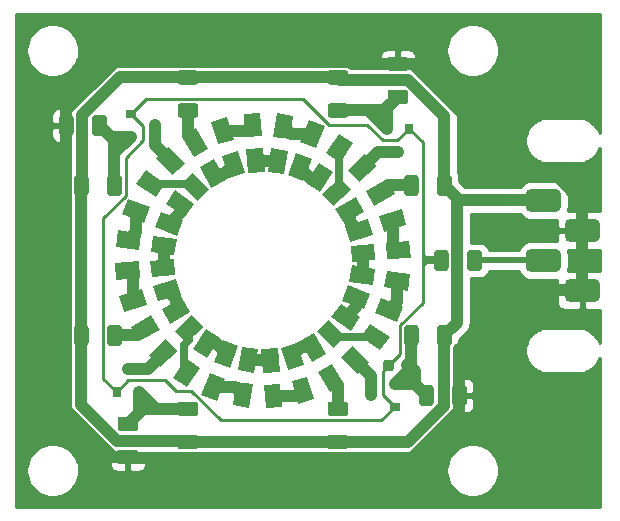
<source format=gbr>
G04 #@! TF.GenerationSoftware,KiCad,Pcbnew,5.1.8-db9833491~87~ubuntu20.04.1*
G04 #@! TF.CreationDate,2020-11-24T17:51:12+00:00*
G04 #@! TF.ProjectId,LEDring,4c454472-696e-4672-9e6b-696361645f70,rev?*
G04 #@! TF.SameCoordinates,Original*
G04 #@! TF.FileFunction,Copper,L1,Top*
G04 #@! TF.FilePolarity,Positive*
%FSLAX46Y46*%
G04 Gerber Fmt 4.6, Leading zero omitted, Abs format (unit mm)*
G04 Created by KiCad (PCBNEW 5.1.8-db9833491~87~ubuntu20.04.1) date 2020-11-24 17:51:12*
%MOMM*%
%LPD*%
G01*
G04 APERTURE LIST*
G04 #@! TA.AperFunction,SMDPad,CuDef*
%ADD10R,0.900000X0.800000*%
G04 #@! TD*
G04 #@! TA.AperFunction,SMDPad,CuDef*
%ADD11R,0.800000X0.900000*%
G04 #@! TD*
G04 #@! TA.AperFunction,SMDPad,CuDef*
%ADD12C,0.100000*%
G04 #@! TD*
G04 #@! TA.AperFunction,Conductor*
%ADD13C,1.024000*%
G04 #@! TD*
G04 #@! TA.AperFunction,Conductor*
%ADD14C,0.712000*%
G04 #@! TD*
G04 #@! TA.AperFunction,Conductor*
%ADD15C,0.508000*%
G04 #@! TD*
G04 #@! TA.AperFunction,Conductor*
%ADD16C,0.254000*%
G04 #@! TD*
G04 #@! TA.AperFunction,Conductor*
%ADD17C,0.100000*%
G04 #@! TD*
G04 APERTURE END LIST*
D10*
G04 #@! TO.P,Q1,1*
G04 #@! TO.N,Net-(Q1-Pad1)*
X188960000Y-88580000D03*
G04 #@! TO.P,Q1,2*
G04 #@! TO.N,Net-(C1-Pad2)*
X188960000Y-86680000D03*
G04 #@! TO.P,Q1,3*
G04 #@! TO.N,Net-(D7-Pad1)*
X186960000Y-87630000D03*
G04 #@! TD*
G04 #@! TO.P,R2,2*
G04 #@! TO.N,Net-(C1-Pad2)*
G04 #@! TA.AperFunction,SMDPad,CuDef*
G36*
G01*
X189580000Y-85346250D02*
X189580000Y-84833750D01*
G75*
G02*
X189798750Y-84615000I218750J0D01*
G01*
X190236250Y-84615000D01*
G75*
G02*
X190455000Y-84833750I0J-218750D01*
G01*
X190455000Y-85346250D01*
G75*
G02*
X190236250Y-85565000I-218750J0D01*
G01*
X189798750Y-85565000D01*
G75*
G02*
X189580000Y-85346250I0J218750D01*
G01*
G37*
G04 #@! TD.AperFunction*
G04 #@! TO.P,R2,1*
G04 #@! TO.N,Net-(Q1-Pad1)*
G04 #@! TA.AperFunction,SMDPad,CuDef*
G36*
G01*
X188005000Y-85346250D02*
X188005000Y-84833750D01*
G75*
G02*
X188223750Y-84615000I218750J0D01*
G01*
X188661250Y-84615000D01*
G75*
G02*
X188880000Y-84833750I0J-218750D01*
G01*
X188880000Y-85346250D01*
G75*
G02*
X188661250Y-85565000I-218750J0D01*
G01*
X188223750Y-85565000D01*
G75*
G02*
X188005000Y-85346250I0J218750D01*
G01*
G37*
G04 #@! TD.AperFunction*
G04 #@! TD*
G04 #@! TO.P,R4,2*
G04 #@! TO.N,Net-(D1-Pad2)*
G04 #@! TA.AperFunction,SMDPad,CuDef*
G36*
G01*
X190995000Y-69225000D02*
X190995000Y-70475000D01*
G75*
G02*
X190745000Y-70725000I-250000J0D01*
G01*
X189995000Y-70725000D01*
G75*
G02*
X189745000Y-70475000I0J250000D01*
G01*
X189745000Y-69225000D01*
G75*
G02*
X189995000Y-68975000I250000J0D01*
G01*
X190745000Y-68975000D01*
G75*
G02*
X190995000Y-69225000I0J-250000D01*
G01*
G37*
G04 #@! TD.AperFunction*
G04 #@! TO.P,R4,1*
G04 #@! TO.N,+24V*
G04 #@! TA.AperFunction,SMDPad,CuDef*
G36*
G01*
X193795000Y-69225000D02*
X193795000Y-70475000D01*
G75*
G02*
X193545000Y-70725000I-250000J0D01*
G01*
X192795000Y-70725000D01*
G75*
G02*
X192545000Y-70475000I0J250000D01*
G01*
X192545000Y-69225000D01*
G75*
G02*
X192795000Y-68975000I250000J0D01*
G01*
X193545000Y-68975000D01*
G75*
G02*
X193795000Y-69225000I0J-250000D01*
G01*
G37*
G04 #@! TD.AperFunction*
G04 #@! TD*
G04 #@! TO.P,R6,1*
G04 #@! TO.N,+24V*
G04 #@! TA.AperFunction,SMDPad,CuDef*
G36*
G01*
X184775000Y-92195000D02*
X183525000Y-92195000D01*
G75*
G02*
X183275000Y-91945000I0J250000D01*
G01*
X183275000Y-91195000D01*
G75*
G02*
X183525000Y-90945000I250000J0D01*
G01*
X184775000Y-90945000D01*
G75*
G02*
X185025000Y-91195000I0J-250000D01*
G01*
X185025000Y-91945000D01*
G75*
G02*
X184775000Y-92195000I-250000J0D01*
G01*
G37*
G04 #@! TD.AperFunction*
G04 #@! TO.P,R6,2*
G04 #@! TO.N,Net-(D8-Pad2)*
G04 #@! TA.AperFunction,SMDPad,CuDef*
G36*
G01*
X184775000Y-89395000D02*
X183525000Y-89395000D01*
G75*
G02*
X183275000Y-89145000I0J250000D01*
G01*
X183275000Y-88395000D01*
G75*
G02*
X183525000Y-88145000I250000J0D01*
G01*
X184775000Y-88145000D01*
G75*
G02*
X185025000Y-88395000I0J-250000D01*
G01*
X185025000Y-89145000D01*
G75*
G02*
X184775000Y-89395000I-250000J0D01*
G01*
G37*
G04 #@! TD.AperFunction*
G04 #@! TD*
G04 #@! TO.P,R8,2*
G04 #@! TO.N,Net-(D15-Pad2)*
G04 #@! TA.AperFunction,SMDPad,CuDef*
G36*
G01*
X164605000Y-83175000D02*
X164605000Y-81925000D01*
G75*
G02*
X164855000Y-81675000I250000J0D01*
G01*
X165605000Y-81675000D01*
G75*
G02*
X165855000Y-81925000I0J-250000D01*
G01*
X165855000Y-83175000D01*
G75*
G02*
X165605000Y-83425000I-250000J0D01*
G01*
X164855000Y-83425000D01*
G75*
G02*
X164605000Y-83175000I0J250000D01*
G01*
G37*
G04 #@! TD.AperFunction*
G04 #@! TO.P,R8,1*
G04 #@! TO.N,+24V*
G04 #@! TA.AperFunction,SMDPad,CuDef*
G36*
G01*
X161805000Y-83175000D02*
X161805000Y-81925000D01*
G75*
G02*
X162055000Y-81675000I250000J0D01*
G01*
X162805000Y-81675000D01*
G75*
G02*
X163055000Y-81925000I0J-250000D01*
G01*
X163055000Y-83175000D01*
G75*
G02*
X162805000Y-83425000I-250000J0D01*
G01*
X162055000Y-83425000D01*
G75*
G02*
X161805000Y-83175000I0J250000D01*
G01*
G37*
G04 #@! TD.AperFunction*
G04 #@! TD*
G04 #@! TO.P,R10,1*
G04 #@! TO.N,+24V*
G04 #@! TA.AperFunction,SMDPad,CuDef*
G36*
G01*
X170825000Y-60075000D02*
X172075000Y-60075000D01*
G75*
G02*
X172325000Y-60325000I0J-250000D01*
G01*
X172325000Y-61075000D01*
G75*
G02*
X172075000Y-61325000I-250000J0D01*
G01*
X170825000Y-61325000D01*
G75*
G02*
X170575000Y-61075000I0J250000D01*
G01*
X170575000Y-60325000D01*
G75*
G02*
X170825000Y-60075000I250000J0D01*
G01*
G37*
G04 #@! TD.AperFunction*
G04 #@! TO.P,R10,2*
G04 #@! TO.N,Net-(D22-Pad2)*
G04 #@! TA.AperFunction,SMDPad,CuDef*
G36*
G01*
X170825000Y-62875000D02*
X172075000Y-62875000D01*
G75*
G02*
X172325000Y-63125000I0J-250000D01*
G01*
X172325000Y-63875000D01*
G75*
G02*
X172075000Y-64125000I-250000J0D01*
G01*
X170825000Y-64125000D01*
G75*
G02*
X170575000Y-63875000I0J250000D01*
G01*
X170575000Y-63125000D01*
G75*
G02*
X170825000Y-62875000I250000J0D01*
G01*
G37*
G04 #@! TD.AperFunction*
G04 #@! TD*
G04 #@! TO.P,C1,1*
G04 #@! TO.N,+24V*
G04 #@! TA.AperFunction,SMDPad,CuDef*
G36*
G01*
X193795000Y-81925000D02*
X193795000Y-83175000D01*
G75*
G02*
X193545000Y-83425000I-250000J0D01*
G01*
X192795000Y-83425000D01*
G75*
G02*
X192545000Y-83175000I0J250000D01*
G01*
X192545000Y-81925000D01*
G75*
G02*
X192795000Y-81675000I250000J0D01*
G01*
X193545000Y-81675000D01*
G75*
G02*
X193795000Y-81925000I0J-250000D01*
G01*
G37*
G04 #@! TD.AperFunction*
G04 #@! TO.P,C1,2*
G04 #@! TO.N,Net-(C1-Pad2)*
G04 #@! TA.AperFunction,SMDPad,CuDef*
G36*
G01*
X190995000Y-81925000D02*
X190995000Y-83175000D01*
G75*
G02*
X190745000Y-83425000I-250000J0D01*
G01*
X189995000Y-83425000D01*
G75*
G02*
X189745000Y-83175000I0J250000D01*
G01*
X189745000Y-81925000D01*
G75*
G02*
X189995000Y-81675000I250000J0D01*
G01*
X190745000Y-81675000D01*
G75*
G02*
X190995000Y-81925000I0J-250000D01*
G01*
G37*
G04 #@! TD.AperFunction*
G04 #@! TD*
G04 #@! TO.P,C2,2*
G04 #@! TO.N,Net-(C2-Pad2)*
G04 #@! TA.AperFunction,SMDPad,CuDef*
G36*
G01*
X172075000Y-89395000D02*
X170825000Y-89395000D01*
G75*
G02*
X170575000Y-89145000I0J250000D01*
G01*
X170575000Y-88395000D01*
G75*
G02*
X170825000Y-88145000I250000J0D01*
G01*
X172075000Y-88145000D01*
G75*
G02*
X172325000Y-88395000I0J-250000D01*
G01*
X172325000Y-89145000D01*
G75*
G02*
X172075000Y-89395000I-250000J0D01*
G01*
G37*
G04 #@! TD.AperFunction*
G04 #@! TO.P,C2,1*
G04 #@! TO.N,+24V*
G04 #@! TA.AperFunction,SMDPad,CuDef*
G36*
G01*
X172075000Y-92195000D02*
X170825000Y-92195000D01*
G75*
G02*
X170575000Y-91945000I0J250000D01*
G01*
X170575000Y-91195000D01*
G75*
G02*
X170825000Y-90945000I250000J0D01*
G01*
X172075000Y-90945000D01*
G75*
G02*
X172325000Y-91195000I0J-250000D01*
G01*
X172325000Y-91945000D01*
G75*
G02*
X172075000Y-92195000I-250000J0D01*
G01*
G37*
G04 #@! TD.AperFunction*
G04 #@! TD*
G04 #@! TO.P,C3,1*
G04 #@! TO.N,+24V*
G04 #@! TA.AperFunction,SMDPad,CuDef*
G36*
G01*
X161805000Y-70475000D02*
X161805000Y-69225000D01*
G75*
G02*
X162055000Y-68975000I250000J0D01*
G01*
X162805000Y-68975000D01*
G75*
G02*
X163055000Y-69225000I0J-250000D01*
G01*
X163055000Y-70475000D01*
G75*
G02*
X162805000Y-70725000I-250000J0D01*
G01*
X162055000Y-70725000D01*
G75*
G02*
X161805000Y-70475000I0J250000D01*
G01*
G37*
G04 #@! TD.AperFunction*
G04 #@! TO.P,C3,2*
G04 #@! TO.N,Net-(C3-Pad2)*
G04 #@! TA.AperFunction,SMDPad,CuDef*
G36*
G01*
X164605000Y-70475000D02*
X164605000Y-69225000D01*
G75*
G02*
X164855000Y-68975000I250000J0D01*
G01*
X165605000Y-68975000D01*
G75*
G02*
X165855000Y-69225000I0J-250000D01*
G01*
X165855000Y-70475000D01*
G75*
G02*
X165605000Y-70725000I-250000J0D01*
G01*
X164855000Y-70725000D01*
G75*
G02*
X164605000Y-70475000I0J250000D01*
G01*
G37*
G04 #@! TD.AperFunction*
G04 #@! TD*
G04 #@! TO.P,C4,2*
G04 #@! TO.N,Net-(C4-Pad2)*
G04 #@! TA.AperFunction,SMDPad,CuDef*
G36*
G01*
X183525000Y-62875000D02*
X184775000Y-62875000D01*
G75*
G02*
X185025000Y-63125000I0J-250000D01*
G01*
X185025000Y-63875000D01*
G75*
G02*
X184775000Y-64125000I-250000J0D01*
G01*
X183525000Y-64125000D01*
G75*
G02*
X183275000Y-63875000I0J250000D01*
G01*
X183275000Y-63125000D01*
G75*
G02*
X183525000Y-62875000I250000J0D01*
G01*
G37*
G04 #@! TD.AperFunction*
G04 #@! TO.P,C4,1*
G04 #@! TO.N,+24V*
G04 #@! TA.AperFunction,SMDPad,CuDef*
G36*
G01*
X183525000Y-60075000D02*
X184775000Y-60075000D01*
G75*
G02*
X185025000Y-60325000I0J-250000D01*
G01*
X185025000Y-61075000D01*
G75*
G02*
X184775000Y-61325000I-250000J0D01*
G01*
X183525000Y-61325000D01*
G75*
G02*
X183275000Y-61075000I0J250000D01*
G01*
X183275000Y-60325000D01*
G75*
G02*
X183525000Y-60075000I250000J0D01*
G01*
G37*
G04 #@! TD.AperFunction*
G04 #@! TD*
G04 #@! TO.P,J1,1*
G04 #@! TO.N,+24V*
G04 #@! TA.AperFunction,SMDPad,CuDef*
G36*
G01*
X200045000Y-71620000D02*
X200045000Y-70620000D01*
G75*
G02*
X200545000Y-70120000I500000J0D01*
G01*
X202545000Y-70120000D01*
G75*
G02*
X203045000Y-70620000I0J-500000D01*
G01*
X203045000Y-71620000D01*
G75*
G02*
X202545000Y-72120000I-500000J0D01*
G01*
X200545000Y-72120000D01*
G75*
G02*
X200045000Y-71620000I0J500000D01*
G01*
G37*
G04 #@! TD.AperFunction*
G04 #@! TO.P,J1,3*
G04 #@! TO.N,Net-(J1-Pad3)*
G04 #@! TA.AperFunction,SMDPad,CuDef*
G36*
G01*
X200045000Y-76700000D02*
X200045000Y-75700000D01*
G75*
G02*
X200545000Y-75200000I500000J0D01*
G01*
X202545000Y-75200000D01*
G75*
G02*
X203045000Y-75700000I0J-500000D01*
G01*
X203045000Y-76700000D01*
G75*
G02*
X202545000Y-77200000I-500000J0D01*
G01*
X200545000Y-77200000D01*
G75*
G02*
X200045000Y-76700000I0J500000D01*
G01*
G37*
G04 #@! TD.AperFunction*
G04 #@! TO.P,J1,2*
G04 #@! TO.N,GND*
G04 #@! TA.AperFunction,SMDPad,CuDef*
G36*
G01*
X203355000Y-74160000D02*
X203355000Y-73160000D01*
G75*
G02*
X203855000Y-72660000I500000J0D01*
G01*
X205855000Y-72660000D01*
G75*
G02*
X206355000Y-73160000I0J-500000D01*
G01*
X206355000Y-74160000D01*
G75*
G02*
X205855000Y-74660000I-500000J0D01*
G01*
X203855000Y-74660000D01*
G75*
G02*
X203355000Y-74160000I0J500000D01*
G01*
G37*
G04 #@! TD.AperFunction*
G04 #@! TO.P,J1,4*
G04 #@! TA.AperFunction,SMDPad,CuDef*
G36*
G01*
X203355000Y-79240000D02*
X203355000Y-78240000D01*
G75*
G02*
X203855000Y-77740000I500000J0D01*
G01*
X205855000Y-77740000D01*
G75*
G02*
X206355000Y-78240000I0J-500000D01*
G01*
X206355000Y-79240000D01*
G75*
G02*
X205855000Y-79740000I-500000J0D01*
G01*
X203855000Y-79740000D01*
G75*
G02*
X203355000Y-79240000I0J500000D01*
G01*
G37*
G04 #@! TD.AperFunction*
G04 #@! TD*
D11*
G04 #@! TO.P,Q2,3*
G04 #@! TO.N,Net-(D14-Pad1)*
X166370000Y-85360000D03*
G04 #@! TO.P,Q2,2*
G04 #@! TO.N,Net-(C2-Pad2)*
X167320000Y-87360000D03*
G04 #@! TO.P,Q2,1*
G04 #@! TO.N,Net-(Q1-Pad1)*
X165420000Y-87360000D03*
G04 #@! TD*
D10*
G04 #@! TO.P,Q3,3*
G04 #@! TO.N,Net-(D21-Pad1)*
X168640000Y-64770000D03*
G04 #@! TO.P,Q3,2*
G04 #@! TO.N,Net-(C3-Pad2)*
X166640000Y-65720000D03*
G04 #@! TO.P,Q3,1*
G04 #@! TO.N,Net-(Q1-Pad1)*
X166640000Y-63820000D03*
G04 #@! TD*
D11*
G04 #@! TO.P,Q4,1*
G04 #@! TO.N,Net-(Q1-Pad1)*
X190180000Y-65040000D03*
G04 #@! TO.P,Q4,2*
G04 #@! TO.N,Net-(C4-Pad2)*
X188280000Y-65040000D03*
G04 #@! TO.P,Q4,3*
G04 #@! TO.N,Net-(D28-Pad1)*
X189230000Y-67040000D03*
G04 #@! TD*
G04 #@! TO.P,R3,2*
G04 #@! TO.N,GND*
G04 #@! TA.AperFunction,SMDPad,CuDef*
G36*
G01*
X193815000Y-88255000D02*
X193815000Y-87005000D01*
G75*
G02*
X194065000Y-86755000I250000J0D01*
G01*
X194815000Y-86755000D01*
G75*
G02*
X195065000Y-87005000I0J-250000D01*
G01*
X195065000Y-88255000D01*
G75*
G02*
X194815000Y-88505000I-250000J0D01*
G01*
X194065000Y-88505000D01*
G75*
G02*
X193815000Y-88255000I0J250000D01*
G01*
G37*
G04 #@! TD.AperFunction*
G04 #@! TO.P,R3,1*
G04 #@! TO.N,Net-(C1-Pad2)*
G04 #@! TA.AperFunction,SMDPad,CuDef*
G36*
G01*
X191015000Y-88255000D02*
X191015000Y-87005000D01*
G75*
G02*
X191265000Y-86755000I250000J0D01*
G01*
X192015000Y-86755000D01*
G75*
G02*
X192265000Y-87005000I0J-250000D01*
G01*
X192265000Y-88255000D01*
G75*
G02*
X192015000Y-88505000I-250000J0D01*
G01*
X191265000Y-88505000D01*
G75*
G02*
X191015000Y-88255000I0J250000D01*
G01*
G37*
G04 #@! TD.AperFunction*
G04 #@! TD*
G04 #@! TO.P,R5,1*
G04 #@! TO.N,Net-(C2-Pad2)*
G04 #@! TA.AperFunction,SMDPad,CuDef*
G36*
G01*
X165745000Y-89415000D02*
X166995000Y-89415000D01*
G75*
G02*
X167245000Y-89665000I0J-250000D01*
G01*
X167245000Y-90415000D01*
G75*
G02*
X166995000Y-90665000I-250000J0D01*
G01*
X165745000Y-90665000D01*
G75*
G02*
X165495000Y-90415000I0J250000D01*
G01*
X165495000Y-89665000D01*
G75*
G02*
X165745000Y-89415000I250000J0D01*
G01*
G37*
G04 #@! TD.AperFunction*
G04 #@! TO.P,R5,2*
G04 #@! TO.N,GND*
G04 #@! TA.AperFunction,SMDPad,CuDef*
G36*
G01*
X165745000Y-92215000D02*
X166995000Y-92215000D01*
G75*
G02*
X167245000Y-92465000I0J-250000D01*
G01*
X167245000Y-93215000D01*
G75*
G02*
X166995000Y-93465000I-250000J0D01*
G01*
X165745000Y-93465000D01*
G75*
G02*
X165495000Y-93215000I0J250000D01*
G01*
X165495000Y-92465000D01*
G75*
G02*
X165745000Y-92215000I250000J0D01*
G01*
G37*
G04 #@! TD.AperFunction*
G04 #@! TD*
G04 #@! TO.P,R7,2*
G04 #@! TO.N,GND*
G04 #@! TA.AperFunction,SMDPad,CuDef*
G36*
G01*
X161785000Y-64145000D02*
X161785000Y-65395000D01*
G75*
G02*
X161535000Y-65645000I-250000J0D01*
G01*
X160785000Y-65645000D01*
G75*
G02*
X160535000Y-65395000I0J250000D01*
G01*
X160535000Y-64145000D01*
G75*
G02*
X160785000Y-63895000I250000J0D01*
G01*
X161535000Y-63895000D01*
G75*
G02*
X161785000Y-64145000I0J-250000D01*
G01*
G37*
G04 #@! TD.AperFunction*
G04 #@! TO.P,R7,1*
G04 #@! TO.N,Net-(C3-Pad2)*
G04 #@! TA.AperFunction,SMDPad,CuDef*
G36*
G01*
X164585000Y-64145000D02*
X164585000Y-65395000D01*
G75*
G02*
X164335000Y-65645000I-250000J0D01*
G01*
X163585000Y-65645000D01*
G75*
G02*
X163335000Y-65395000I0J250000D01*
G01*
X163335000Y-64145000D01*
G75*
G02*
X163585000Y-63895000I250000J0D01*
G01*
X164335000Y-63895000D01*
G75*
G02*
X164585000Y-64145000I0J-250000D01*
G01*
G37*
G04 #@! TD.AperFunction*
G04 #@! TD*
G04 #@! TO.P,R9,1*
G04 #@! TO.N,Net-(C4-Pad2)*
G04 #@! TA.AperFunction,SMDPad,CuDef*
G36*
G01*
X189855000Y-62985000D02*
X188605000Y-62985000D01*
G75*
G02*
X188355000Y-62735000I0J250000D01*
G01*
X188355000Y-61985000D01*
G75*
G02*
X188605000Y-61735000I250000J0D01*
G01*
X189855000Y-61735000D01*
G75*
G02*
X190105000Y-61985000I0J-250000D01*
G01*
X190105000Y-62735000D01*
G75*
G02*
X189855000Y-62985000I-250000J0D01*
G01*
G37*
G04 #@! TD.AperFunction*
G04 #@! TO.P,R9,2*
G04 #@! TO.N,GND*
G04 #@! TA.AperFunction,SMDPad,CuDef*
G36*
G01*
X189855000Y-60185000D02*
X188605000Y-60185000D01*
G75*
G02*
X188355000Y-59935000I0J250000D01*
G01*
X188355000Y-59185000D01*
G75*
G02*
X188605000Y-58935000I250000J0D01*
G01*
X189855000Y-58935000D01*
G75*
G02*
X190105000Y-59185000I0J-250000D01*
G01*
X190105000Y-59935000D01*
G75*
G02*
X189855000Y-60185000I-250000J0D01*
G01*
G37*
G04 #@! TD.AperFunction*
G04 #@! TD*
G04 #@! TA.AperFunction,SMDPad,CuDef*
D12*
G04 #@! TO.P,D1,2*
G04 #@! TO.N,Net-(D1-Pad2)*
G36*
X187243313Y-71556218D02*
G01*
X186543313Y-70343782D01*
X188275363Y-69343782D01*
X188975363Y-70556218D01*
X187243313Y-71556218D01*
G37*
G04 #@! TD.AperFunction*
G04 #@! TA.AperFunction,SMDPad,CuDef*
G04 #@! TO.P,D1,1*
G04 #@! TO.N,Net-(D1-Pad1)*
G36*
X184645237Y-73056218D02*
G01*
X183945237Y-71843782D01*
X185677287Y-70843782D01*
X186377287Y-72056218D01*
X184645237Y-73056218D01*
G37*
G04 #@! TD.AperFunction*
G04 #@! TD*
G04 #@! TA.AperFunction,SMDPad,CuDef*
G04 #@! TO.P,D2,1*
G04 #@! TO.N,Net-(D2-Pad1)*
G36*
X189539355Y-71848245D02*
G01*
X189951011Y-73186355D01*
X188039425Y-73774435D01*
X187627769Y-72436325D01*
X189539355Y-71848245D01*
G37*
G04 #@! TD.AperFunction*
G04 #@! TA.AperFunction,SMDPad,CuDef*
G04 #@! TO.P,D2,2*
G04 #@! TO.N,Net-(D1-Pad1)*
G36*
X186671975Y-72730365D02*
G01*
X187083631Y-74068475D01*
X185172045Y-74656555D01*
X184760389Y-73318445D01*
X186671975Y-72730365D01*
G37*
G04 #@! TD.AperFunction*
G04 #@! TD*
G04 #@! TA.AperFunction,SMDPad,CuDef*
G04 #@! TO.P,D3,2*
G04 #@! TO.N,Net-(D2-Pad1)*
G36*
X188323078Y-76113240D02*
G01*
X188218108Y-74717181D01*
X190212478Y-74567224D01*
X190317448Y-75963283D01*
X188323078Y-76113240D01*
G37*
G04 #@! TD.AperFunction*
G04 #@! TA.AperFunction,SMDPad,CuDef*
G04 #@! TO.P,D3,1*
G04 #@! TO.N,Net-(D3-Pad1)*
G36*
X185331522Y-76338176D02*
G01*
X185226552Y-74942117D01*
X187220922Y-74792160D01*
X187325892Y-76188219D01*
X185331522Y-76338176D01*
G37*
G04 #@! TD.AperFunction*
G04 #@! TD*
G04 #@! TA.AperFunction,SMDPad,CuDef*
G04 #@! TO.P,D4,1*
G04 #@! TO.N,Net-(D4-Pad1)*
G36*
X190264866Y-77372109D02*
G01*
X190055517Y-78756368D01*
X188078004Y-78457297D01*
X188287353Y-77073038D01*
X190264866Y-77372109D01*
G37*
G04 #@! TD.AperFunction*
G04 #@! TA.AperFunction,SMDPad,CuDef*
G04 #@! TO.P,D4,2*
G04 #@! TO.N,Net-(D3-Pad1)*
G36*
X187298596Y-76923503D02*
G01*
X187089247Y-78307762D01*
X185111734Y-78008691D01*
X185321083Y-76624432D01*
X187298596Y-76923503D01*
G37*
G04 #@! TD.AperFunction*
G04 #@! TD*
G04 #@! TA.AperFunction,SMDPad,CuDef*
G04 #@! TO.P,D5,2*
G04 #@! TO.N,Net-(D4-Pad1)*
G36*
X187318814Y-80687577D02*
G01*
X187829642Y-79384099D01*
X189691754Y-80113853D01*
X189180926Y-81417331D01*
X187318814Y-80687577D01*
G37*
G04 #@! TD.AperFunction*
G04 #@! TA.AperFunction,SMDPad,CuDef*
G04 #@! TO.P,D5,1*
G04 #@! TO.N,Net-(D5-Pad1)*
G36*
X184525646Y-79592947D02*
G01*
X185036474Y-78289469D01*
X186898586Y-79019223D01*
X186387758Y-80322701D01*
X184525646Y-79592947D01*
G37*
G04 #@! TD.AperFunction*
G04 #@! TD*
G04 #@! TA.AperFunction,SMDPad,CuDef*
G04 #@! TO.P,D6,1*
G04 #@! TO.N,Net-(D6-Pad1)*
G36*
X188522114Y-82663746D02*
G01*
X187733177Y-83820284D01*
X186080980Y-82693232D01*
X186869917Y-81536694D01*
X188522114Y-82663746D01*
G37*
G04 #@! TD.AperFunction*
G04 #@! TA.AperFunction,SMDPad,CuDef*
G04 #@! TO.P,D6,2*
G04 #@! TO.N,Net-(D5-Pad1)*
G36*
X186043820Y-80973168D02*
G01*
X185254883Y-82129706D01*
X183602686Y-81002654D01*
X184391623Y-79846116D01*
X186043820Y-80973168D01*
G37*
G04 #@! TD.AperFunction*
G04 #@! TD*
G04 #@! TA.AperFunction,SMDPad,CuDef*
G04 #@! TO.P,D8,2*
G04 #@! TO.N,Net-(D8-Pad2)*
G36*
X182443782Y-85643313D02*
G01*
X183656218Y-84943313D01*
X184656218Y-86675363D01*
X183443782Y-87375363D01*
X182443782Y-85643313D01*
G37*
G04 #@! TD.AperFunction*
G04 #@! TA.AperFunction,SMDPad,CuDef*
G04 #@! TO.P,D8,1*
G04 #@! TO.N,Net-(D8-Pad1)*
G36*
X180943782Y-83045237D02*
G01*
X182156218Y-82345237D01*
X183156218Y-84077287D01*
X181943782Y-84777287D01*
X180943782Y-83045237D01*
G37*
G04 #@! TD.AperFunction*
G04 #@! TD*
G04 #@! TA.AperFunction,SMDPad,CuDef*
G04 #@! TO.P,D9,1*
G04 #@! TO.N,Net-(D10-Pad2)*
G36*
X182151755Y-87939355D02*
G01*
X180813645Y-88351011D01*
X180225565Y-86439425D01*
X181563675Y-86027769D01*
X182151755Y-87939355D01*
G37*
G04 #@! TD.AperFunction*
G04 #@! TA.AperFunction,SMDPad,CuDef*
G04 #@! TO.P,D9,2*
G04 #@! TO.N,Net-(D8-Pad1)*
G36*
X181269635Y-85071975D02*
G01*
X179931525Y-85483631D01*
X179343445Y-83572045D01*
X180681555Y-83160389D01*
X181269635Y-85071975D01*
G37*
G04 #@! TD.AperFunction*
G04 #@! TD*
G04 #@! TA.AperFunction,SMDPad,CuDef*
G04 #@! TO.P,D10,2*
G04 #@! TO.N,Net-(D10-Pad2)*
G36*
X177886760Y-86723078D02*
G01*
X179282819Y-86618108D01*
X179432776Y-88612478D01*
X178036717Y-88717448D01*
X177886760Y-86723078D01*
G37*
G04 #@! TD.AperFunction*
G04 #@! TA.AperFunction,SMDPad,CuDef*
G04 #@! TO.P,D10,1*
G04 #@! TO.N,Net-(D10-Pad1)*
G36*
X177661824Y-83731522D02*
G01*
X179057883Y-83626552D01*
X179207840Y-85620922D01*
X177811781Y-85725892D01*
X177661824Y-83731522D01*
G37*
G04 #@! TD.AperFunction*
G04 #@! TD*
G04 #@! TA.AperFunction,SMDPad,CuDef*
G04 #@! TO.P,D11,1*
G04 #@! TO.N,Net-(D11-Pad1)*
G36*
X176627891Y-88664866D02*
G01*
X175243632Y-88455517D01*
X175542703Y-86478004D01*
X176926962Y-86687353D01*
X176627891Y-88664866D01*
G37*
G04 #@! TD.AperFunction*
G04 #@! TA.AperFunction,SMDPad,CuDef*
G04 #@! TO.P,D11,2*
G04 #@! TO.N,Net-(D10-Pad1)*
G36*
X177076497Y-85698596D02*
G01*
X175692238Y-85489247D01*
X175991309Y-83511734D01*
X177375568Y-83721083D01*
X177076497Y-85698596D01*
G37*
G04 #@! TD.AperFunction*
G04 #@! TD*
G04 #@! TA.AperFunction,SMDPad,CuDef*
G04 #@! TO.P,D12,2*
G04 #@! TO.N,Net-(D11-Pad1)*
G36*
X173312423Y-85718814D02*
G01*
X174615901Y-86229642D01*
X173886147Y-88091754D01*
X172582669Y-87580926D01*
X173312423Y-85718814D01*
G37*
G04 #@! TD.AperFunction*
G04 #@! TA.AperFunction,SMDPad,CuDef*
G04 #@! TO.P,D12,1*
G04 #@! TO.N,Net-(D12-Pad1)*
G36*
X174407053Y-82925646D02*
G01*
X175710531Y-83436474D01*
X174980777Y-85298586D01*
X173677299Y-84787758D01*
X174407053Y-82925646D01*
G37*
G04 #@! TD.AperFunction*
G04 #@! TD*
G04 #@! TA.AperFunction,SMDPad,CuDef*
G04 #@! TO.P,D13,1*
G04 #@! TO.N,Net-(D13-Pad1)*
G36*
X171336254Y-86922114D02*
G01*
X170179716Y-86133177D01*
X171306768Y-84480980D01*
X172463306Y-85269917D01*
X171336254Y-86922114D01*
G37*
G04 #@! TD.AperFunction*
G04 #@! TA.AperFunction,SMDPad,CuDef*
G04 #@! TO.P,D13,2*
G04 #@! TO.N,Net-(D12-Pad1)*
G36*
X173026832Y-84443820D02*
G01*
X171870294Y-83654883D01*
X172997346Y-82002686D01*
X174153884Y-82791623D01*
X173026832Y-84443820D01*
G37*
G04 #@! TD.AperFunction*
G04 #@! TD*
G04 #@! TA.AperFunction,SMDPad,CuDef*
G04 #@! TO.P,D15,2*
G04 #@! TO.N,Net-(D15-Pad2)*
G36*
X168356687Y-80843782D02*
G01*
X169056687Y-82056218D01*
X167324637Y-83056218D01*
X166624637Y-81843782D01*
X168356687Y-80843782D01*
G37*
G04 #@! TD.AperFunction*
G04 #@! TA.AperFunction,SMDPad,CuDef*
G04 #@! TO.P,D15,1*
G04 #@! TO.N,Net-(D15-Pad1)*
G36*
X170954763Y-79343782D02*
G01*
X171654763Y-80556218D01*
X169922713Y-81556218D01*
X169222713Y-80343782D01*
X170954763Y-79343782D01*
G37*
G04 #@! TD.AperFunction*
G04 #@! TD*
G04 #@! TA.AperFunction,SMDPad,CuDef*
G04 #@! TO.P,D16,1*
G04 #@! TO.N,Net-(D16-Pad1)*
G36*
X166060645Y-80551755D02*
G01*
X165648989Y-79213645D01*
X167560575Y-78625565D01*
X167972231Y-79963675D01*
X166060645Y-80551755D01*
G37*
G04 #@! TD.AperFunction*
G04 #@! TA.AperFunction,SMDPad,CuDef*
G04 #@! TO.P,D16,2*
G04 #@! TO.N,Net-(D15-Pad1)*
G36*
X168928025Y-79669635D02*
G01*
X168516369Y-78331525D01*
X170427955Y-77743445D01*
X170839611Y-79081555D01*
X168928025Y-79669635D01*
G37*
G04 #@! TD.AperFunction*
G04 #@! TD*
G04 #@! TA.AperFunction,SMDPad,CuDef*
G04 #@! TO.P,D17,2*
G04 #@! TO.N,Net-(D16-Pad1)*
G36*
X167276922Y-76286760D02*
G01*
X167381892Y-77682819D01*
X165387522Y-77832776D01*
X165282552Y-76436717D01*
X167276922Y-76286760D01*
G37*
G04 #@! TD.AperFunction*
G04 #@! TA.AperFunction,SMDPad,CuDef*
G04 #@! TO.P,D17,1*
G04 #@! TO.N,Net-(D17-Pad1)*
G36*
X170268478Y-76061824D02*
G01*
X170373448Y-77457883D01*
X168379078Y-77607840D01*
X168274108Y-76211781D01*
X170268478Y-76061824D01*
G37*
G04 #@! TD.AperFunction*
G04 #@! TD*
G04 #@! TA.AperFunction,SMDPad,CuDef*
G04 #@! TO.P,D18,1*
G04 #@! TO.N,Net-(D18-Pad1)*
G36*
X165335134Y-75027891D02*
G01*
X165544483Y-73643632D01*
X167521996Y-73942703D01*
X167312647Y-75326962D01*
X165335134Y-75027891D01*
G37*
G04 #@! TD.AperFunction*
G04 #@! TA.AperFunction,SMDPad,CuDef*
G04 #@! TO.P,D18,2*
G04 #@! TO.N,Net-(D17-Pad1)*
G36*
X168301404Y-75476497D02*
G01*
X168510753Y-74092238D01*
X170488266Y-74391309D01*
X170278917Y-75775568D01*
X168301404Y-75476497D01*
G37*
G04 #@! TD.AperFunction*
G04 #@! TD*
G04 #@! TA.AperFunction,SMDPad,CuDef*
G04 #@! TO.P,D19,2*
G04 #@! TO.N,Net-(D18-Pad1)*
G36*
X168281186Y-71712423D02*
G01*
X167770358Y-73015901D01*
X165908246Y-72286147D01*
X166419074Y-70982669D01*
X168281186Y-71712423D01*
G37*
G04 #@! TD.AperFunction*
G04 #@! TA.AperFunction,SMDPad,CuDef*
G04 #@! TO.P,D19,1*
G04 #@! TO.N,Net-(D19-Pad1)*
G36*
X171074354Y-72807053D02*
G01*
X170563526Y-74110531D01*
X168701414Y-73380777D01*
X169212242Y-72077299D01*
X171074354Y-72807053D01*
G37*
G04 #@! TD.AperFunction*
G04 #@! TD*
G04 #@! TA.AperFunction,SMDPad,CuDef*
G04 #@! TO.P,D20,1*
G04 #@! TO.N,Net-(D20-Pad1)*
G36*
X167077886Y-69736254D02*
G01*
X167866823Y-68579716D01*
X169519020Y-69706768D01*
X168730083Y-70863306D01*
X167077886Y-69736254D01*
G37*
G04 #@! TD.AperFunction*
G04 #@! TA.AperFunction,SMDPad,CuDef*
G04 #@! TO.P,D20,2*
G04 #@! TO.N,Net-(D19-Pad1)*
G36*
X169556180Y-71426832D02*
G01*
X170345117Y-70270294D01*
X171997314Y-71397346D01*
X171208377Y-72553884D01*
X169556180Y-71426832D01*
G37*
G04 #@! TD.AperFunction*
G04 #@! TD*
G04 #@! TA.AperFunction,SMDPad,CuDef*
G04 #@! TO.P,D22,2*
G04 #@! TO.N,Net-(D22-Pad2)*
G36*
X173156218Y-66756687D02*
G01*
X171943782Y-67456687D01*
X170943782Y-65724637D01*
X172156218Y-65024637D01*
X173156218Y-66756687D01*
G37*
G04 #@! TD.AperFunction*
G04 #@! TA.AperFunction,SMDPad,CuDef*
G04 #@! TO.P,D22,1*
G04 #@! TO.N,Net-(D22-Pad1)*
G36*
X174656218Y-69354763D02*
G01*
X173443782Y-70054763D01*
X172443782Y-68322713D01*
X173656218Y-67622713D01*
X174656218Y-69354763D01*
G37*
G04 #@! TD.AperFunction*
G04 #@! TD*
G04 #@! TA.AperFunction,SMDPad,CuDef*
G04 #@! TO.P,D23,1*
G04 #@! TO.N,Net-(D23-Pad1)*
G36*
X173448245Y-64460645D02*
G01*
X174786355Y-64048989D01*
X175374435Y-65960575D01*
X174036325Y-66372231D01*
X173448245Y-64460645D01*
G37*
G04 #@! TD.AperFunction*
G04 #@! TA.AperFunction,SMDPad,CuDef*
G04 #@! TO.P,D23,2*
G04 #@! TO.N,Net-(D22-Pad1)*
G36*
X174330365Y-67328025D02*
G01*
X175668475Y-66916369D01*
X176256555Y-68827955D01*
X174918445Y-69239611D01*
X174330365Y-67328025D01*
G37*
G04 #@! TD.AperFunction*
G04 #@! TD*
G04 #@! TA.AperFunction,SMDPad,CuDef*
G04 #@! TO.P,D24,2*
G04 #@! TO.N,Net-(D23-Pad1)*
G36*
X177713240Y-65676922D02*
G01*
X176317181Y-65781892D01*
X176167224Y-63787522D01*
X177563283Y-63682552D01*
X177713240Y-65676922D01*
G37*
G04 #@! TD.AperFunction*
G04 #@! TA.AperFunction,SMDPad,CuDef*
G04 #@! TO.P,D24,1*
G04 #@! TO.N,Net-(D24-Pad1)*
G36*
X177938176Y-68668478D02*
G01*
X176542117Y-68773448D01*
X176392160Y-66779078D01*
X177788219Y-66674108D01*
X177938176Y-68668478D01*
G37*
G04 #@! TD.AperFunction*
G04 #@! TD*
G04 #@! TA.AperFunction,SMDPad,CuDef*
G04 #@! TO.P,D25,1*
G04 #@! TO.N,Net-(D25-Pad1)*
G36*
X178972109Y-63735134D02*
G01*
X180356368Y-63944483D01*
X180057297Y-65921996D01*
X178673038Y-65712647D01*
X178972109Y-63735134D01*
G37*
G04 #@! TD.AperFunction*
G04 #@! TA.AperFunction,SMDPad,CuDef*
G04 #@! TO.P,D25,2*
G04 #@! TO.N,Net-(D24-Pad1)*
G36*
X178523503Y-66701404D02*
G01*
X179907762Y-66910753D01*
X179608691Y-68888266D01*
X178224432Y-68678917D01*
X178523503Y-66701404D01*
G37*
G04 #@! TD.AperFunction*
G04 #@! TD*
G04 #@! TA.AperFunction,SMDPad,CuDef*
G04 #@! TO.P,D26,2*
G04 #@! TO.N,Net-(D25-Pad1)*
G36*
X182287577Y-66681186D02*
G01*
X180984099Y-66170358D01*
X181713853Y-64308246D01*
X183017331Y-64819074D01*
X182287577Y-66681186D01*
G37*
G04 #@! TD.AperFunction*
G04 #@! TA.AperFunction,SMDPad,CuDef*
G04 #@! TO.P,D26,1*
G04 #@! TO.N,Net-(D26-Pad1)*
G36*
X181192947Y-69474354D02*
G01*
X179889469Y-68963526D01*
X180619223Y-67101414D01*
X181922701Y-67612242D01*
X181192947Y-69474354D01*
G37*
G04 #@! TD.AperFunction*
G04 #@! TD*
G04 #@! TA.AperFunction,SMDPad,CuDef*
G04 #@! TO.P,D27,1*
G04 #@! TO.N,Net-(D27-Pad1)*
G36*
X184263746Y-65477886D02*
G01*
X185420284Y-66266823D01*
X184293232Y-67919020D01*
X183136694Y-67130083D01*
X184263746Y-65477886D01*
G37*
G04 #@! TD.AperFunction*
G04 #@! TA.AperFunction,SMDPad,CuDef*
G04 #@! TO.P,D27,2*
G04 #@! TO.N,Net-(D26-Pad1)*
G36*
X182573168Y-67956180D02*
G01*
X183729706Y-68745117D01*
X182602654Y-70397314D01*
X181446116Y-69608377D01*
X182573168Y-67956180D01*
G37*
G04 #@! TD.AperFunction*
G04 #@! TD*
G04 #@! TO.P,R1,1*
G04 #@! TO.N,Net-(J1-Pad3)*
G04 #@! TA.AperFunction,SMDPad,CuDef*
G36*
G01*
X196335000Y-75575000D02*
X196335000Y-76825000D01*
G75*
G02*
X196085000Y-77075000I-250000J0D01*
G01*
X195335000Y-77075000D01*
G75*
G02*
X195085000Y-76825000I0J250000D01*
G01*
X195085000Y-75575000D01*
G75*
G02*
X195335000Y-75325000I250000J0D01*
G01*
X196085000Y-75325000D01*
G75*
G02*
X196335000Y-75575000I0J-250000D01*
G01*
G37*
G04 #@! TD.AperFunction*
G04 #@! TO.P,R1,2*
G04 #@! TO.N,Net-(Q1-Pad1)*
G04 #@! TA.AperFunction,SMDPad,CuDef*
G36*
G01*
X193535000Y-75575000D02*
X193535000Y-76825000D01*
G75*
G02*
X193285000Y-77075000I-250000J0D01*
G01*
X192535000Y-77075000D01*
G75*
G02*
X192285000Y-76825000I0J250000D01*
G01*
X192285000Y-75575000D01*
G75*
G02*
X192535000Y-75325000I250000J0D01*
G01*
X193285000Y-75325000D01*
G75*
G02*
X193535000Y-75575000I0J-250000D01*
G01*
G37*
G04 #@! TD.AperFunction*
G04 #@! TD*
G04 #@! TA.AperFunction,SMDPad,CuDef*
G04 #@! TO.P,D7,2*
G04 #@! TO.N,Net-(D6-Pad1)*
G36*
X184774120Y-82687724D02*
G01*
X183748560Y-83640734D01*
X182387118Y-82175648D01*
X183412678Y-81222638D01*
X184774120Y-82687724D01*
G37*
G04 #@! TD.AperFunction*
G04 #@! TA.AperFunction,SMDPad,CuDef*
G04 #@! TO.P,D7,1*
G04 #@! TO.N,Net-(D7-Pad1)*
G36*
X186816282Y-84885352D02*
G01*
X185790722Y-85838362D01*
X184429280Y-84373276D01*
X185454840Y-83420266D01*
X186816282Y-84885352D01*
G37*
G04 #@! TD.AperFunction*
G04 #@! TD*
G04 #@! TA.AperFunction,SMDPad,CuDef*
G04 #@! TO.P,D14,1*
G04 #@! TO.N,Net-(D14-Pad1)*
G36*
X169114648Y-85216282D02*
G01*
X168161638Y-84190722D01*
X169626724Y-82829280D01*
X170579734Y-83854840D01*
X169114648Y-85216282D01*
G37*
G04 #@! TD.AperFunction*
G04 #@! TA.AperFunction,SMDPad,CuDef*
G04 #@! TO.P,D14,2*
G04 #@! TO.N,Net-(D13-Pad1)*
G36*
X171312276Y-83174120D02*
G01*
X170359266Y-82148560D01*
X171824352Y-80787118D01*
X172777362Y-81812678D01*
X171312276Y-83174120D01*
G37*
G04 #@! TD.AperFunction*
G04 #@! TD*
G04 #@! TA.AperFunction,SMDPad,CuDef*
G04 #@! TO.P,D21,2*
G04 #@! TO.N,Net-(D20-Pad1)*
G36*
X170825880Y-69712276D02*
G01*
X171851440Y-68759266D01*
X173212882Y-70224352D01*
X172187322Y-71177362D01*
X170825880Y-69712276D01*
G37*
G04 #@! TD.AperFunction*
G04 #@! TA.AperFunction,SMDPad,CuDef*
G04 #@! TO.P,D21,1*
G04 #@! TO.N,Net-(D21-Pad1)*
G36*
X168783718Y-67514648D02*
G01*
X169809278Y-66561638D01*
X171170720Y-68026724D01*
X170145160Y-68979734D01*
X168783718Y-67514648D01*
G37*
G04 #@! TD.AperFunction*
G04 #@! TD*
G04 #@! TA.AperFunction,SMDPad,CuDef*
G04 #@! TO.P,D28,1*
G04 #@! TO.N,Net-(D28-Pad1)*
G36*
X186485352Y-67183718D02*
G01*
X187438362Y-68209278D01*
X185973276Y-69570720D01*
X185020266Y-68545160D01*
X186485352Y-67183718D01*
G37*
G04 #@! TD.AperFunction*
G04 #@! TA.AperFunction,SMDPad,CuDef*
G04 #@! TO.P,D28,2*
G04 #@! TO.N,Net-(D27-Pad1)*
G36*
X184287724Y-69225880D02*
G01*
X185240734Y-70251440D01*
X183775648Y-71612882D01*
X182822638Y-70587322D01*
X184287724Y-69225880D01*
G37*
G04 #@! TD.AperFunction*
G04 #@! TD*
D13*
G04 #@! TO.N,GND*
X204855000Y-78740000D02*
X204855000Y-73660000D01*
X189230000Y-59560000D02*
X190521500Y-59560000D01*
X166437010Y-92907010D02*
X166370000Y-92840000D01*
X190454491Y-92907010D02*
X166437010Y-92907010D01*
X194440000Y-88921501D02*
X190454491Y-92907010D01*
X194440000Y-87630000D02*
X194440000Y-88921501D01*
X161092990Y-64837010D02*
X161160000Y-64770000D01*
X161092990Y-88854490D02*
X161092990Y-64837010D01*
X165078500Y-92840000D02*
X161092990Y-88854490D01*
X166370000Y-92840000D02*
X165078500Y-92840000D01*
X161160000Y-63478499D02*
X161160000Y-64770000D01*
X165275509Y-59362990D02*
X161160000Y-63478499D01*
X185173479Y-59362990D02*
X165275509Y-59362990D01*
X185370490Y-59560000D02*
X185173479Y-59362990D01*
X189230000Y-59560000D02*
X185370490Y-59560000D01*
X194440000Y-83690000D02*
X194440000Y-87630000D01*
X204855000Y-78740000D02*
X199407000Y-78740000D01*
X194457000Y-83690000D02*
X194440000Y-83690000D01*
X199407000Y-78740000D02*
X194457000Y-83690000D01*
X202778292Y-69139250D02*
X200100750Y-69139250D01*
X204855000Y-71215958D02*
X202778292Y-69139250D01*
X204855000Y-73660000D02*
X204855000Y-71215958D01*
X190521500Y-59560000D02*
X200100750Y-69139250D01*
G04 #@! TO.N,+24V*
X194440000Y-71120000D02*
X193170000Y-69850000D01*
X201545000Y-71120000D02*
X194440000Y-71120000D01*
X184347010Y-60897010D02*
X184150000Y-60700000D01*
X190127500Y-60897010D02*
X184347010Y-60897010D01*
X193170000Y-63939510D02*
X190127500Y-60897010D01*
X193170000Y-69850000D02*
X193170000Y-63939510D01*
X184150000Y-60700000D02*
X171450000Y-60700000D01*
X162497010Y-69782990D02*
X162430000Y-69850000D01*
X162497010Y-63872500D02*
X162497010Y-69782990D01*
X165669510Y-60700000D02*
X162497010Y-63872500D01*
X171450000Y-60700000D02*
X165669510Y-60700000D01*
X162430000Y-69850000D02*
X162430000Y-82550000D01*
X171382990Y-91502990D02*
X171450000Y-91570000D01*
X162430000Y-88460490D02*
X165472500Y-91502990D01*
X165472500Y-91502990D02*
X171382990Y-91502990D01*
X162430000Y-82550000D02*
X162430000Y-88460490D01*
X171450000Y-91570000D02*
X184150000Y-91570000D01*
X193102990Y-82617010D02*
X193170000Y-82550000D01*
X193102990Y-88527500D02*
X193102990Y-82617010D01*
X190060490Y-91570000D02*
X193102990Y-88527500D01*
X184150000Y-91570000D02*
X190060490Y-91570000D01*
X194247010Y-81472990D02*
X194247010Y-71182990D01*
X193170000Y-82550000D02*
X194247010Y-81472990D01*
G04 #@! TO.N,Net-(C1-Pad2)*
X190370000Y-84737500D02*
X190017500Y-85090000D01*
X190370000Y-82550000D02*
X190370000Y-84737500D01*
X190370000Y-85270000D02*
X188960000Y-86680000D01*
X190370000Y-84737500D02*
X190370000Y-85270000D01*
X190690000Y-86680000D02*
X191640000Y-87630000D01*
X188960000Y-86680000D02*
X190690000Y-86680000D01*
X190690000Y-85590000D02*
X190370000Y-85270000D01*
X190690000Y-86680000D02*
X190690000Y-85590000D01*
G04 #@! TO.N,Net-(C2-Pad2)*
X168730000Y-88770000D02*
X167320000Y-87360000D01*
X171450000Y-88770000D02*
X168730000Y-88770000D01*
X167640000Y-88770000D02*
X166370000Y-90040000D01*
X168730000Y-88770000D02*
X167640000Y-88770000D01*
X167320000Y-89090000D02*
X166370000Y-90040000D01*
X167320000Y-87360000D02*
X167320000Y-89090000D01*
G04 #@! TO.N,Net-(C3-Pad2)*
X165230000Y-67130000D02*
X166640000Y-65720000D01*
X165230000Y-69850000D02*
X165230000Y-67130000D01*
X165230000Y-67130000D02*
X165230000Y-66040000D01*
X164910000Y-65720000D02*
X164530000Y-65340000D01*
X166640000Y-65720000D02*
X164910000Y-65720000D01*
X164530000Y-65340000D02*
X163960000Y-64770000D01*
X165230000Y-66040000D02*
X164530000Y-65340000D01*
G04 #@! TO.N,Net-(C4-Pad2)*
X188280000Y-63310000D02*
X189230000Y-62360000D01*
X188280000Y-65040000D02*
X188280000Y-63310000D01*
X186740000Y-63500000D02*
X188280000Y-65040000D01*
X184150000Y-63500000D02*
X186740000Y-63500000D01*
X188090000Y-63500000D02*
X189230000Y-62360000D01*
X186740000Y-63500000D02*
X188090000Y-63500000D01*
G04 #@! TO.N,Net-(D1-Pad1)*
X185161262Y-72932712D02*
X185922010Y-73693460D01*
X185161262Y-71950000D02*
X185161262Y-72932712D01*
G04 #@! TO.N,Net-(D1-Pad2)*
X188359338Y-69850000D02*
X187759338Y-70450000D01*
X190370000Y-69850000D02*
X188359338Y-69850000D01*
G04 #@! TO.N,Net-(D2-Pad1)*
X188789390Y-74861844D02*
X189267778Y-75340232D01*
X188789390Y-72811340D02*
X188789390Y-74861844D01*
G04 #@! TO.N,Net-(D3-Pad1)*
X186276222Y-77395040D02*
X186205165Y-77466097D01*
X186276222Y-75565168D02*
X186276222Y-77395040D01*
G04 #@! TO.N,Net-(D4-Pad1)*
X189171435Y-79734564D02*
X188505284Y-80400715D01*
X189171435Y-77914703D02*
X189171435Y-79734564D01*
G04 #@! TO.N,Net-(D5-Pad1)*
X185712116Y-80099048D02*
X184823253Y-80987911D01*
X185712116Y-79306085D02*
X185712116Y-80099048D01*
D14*
G04 #@! TO.N,Net-(D6-Pad1)*
X183834649Y-82685716D02*
X183580619Y-82431686D01*
X187294320Y-82685716D02*
X183834649Y-82685716D01*
X187301547Y-82678489D02*
X187294320Y-82685716D01*
D13*
G04 #@! TO.N,Net-(D7-Pad1)*
X186960000Y-85966533D02*
X185622781Y-84629314D01*
X186960000Y-87630000D02*
X186960000Y-85966533D01*
G04 #@! TO.N,Net-(D8-Pad1)*
X181067288Y-83561262D02*
X180306540Y-84322010D01*
X182050000Y-83561262D02*
X181067288Y-83561262D01*
G04 #@! TO.N,Net-(D10-Pad2)*
X180710272Y-87667778D02*
X181188660Y-87189390D01*
X178659768Y-87667778D02*
X180710272Y-87667778D01*
G04 #@! TO.N,Net-(D10-Pad1)*
X178363775Y-84605165D02*
X178434832Y-84676222D01*
X176533903Y-84605165D02*
X178363775Y-84605165D01*
G04 #@! TO.N,Net-(D11-Pad1)*
X175419146Y-86905284D02*
X176085297Y-87571435D01*
X173599285Y-86905284D02*
X175419146Y-86905284D01*
G04 #@! TO.N,Net-(D12-Pad1)*
X173805052Y-83223253D02*
X174693915Y-84112116D01*
X173012089Y-83223253D02*
X173805052Y-83223253D01*
D14*
G04 #@! TO.N,Net-(D13-Pad1)*
X171135744Y-85515780D02*
X171321511Y-85701547D01*
X171135744Y-83368764D02*
X171135744Y-85515780D01*
X171568314Y-82936194D02*
X171135744Y-83368764D01*
X171568314Y-81980619D02*
X171568314Y-82936194D01*
D13*
G04 #@! TO.N,Net-(D14-Pad1)*
X168033467Y-85360000D02*
X169370686Y-84022781D01*
X166370000Y-85360000D02*
X168033467Y-85360000D01*
G04 #@! TO.N,Net-(D15-Pad1)*
X170438738Y-79467288D02*
X169677990Y-78706540D01*
X170438738Y-80450000D02*
X170438738Y-79467288D01*
G04 #@! TO.N,Net-(D16-Pad1)*
X166810610Y-77538156D02*
X166332222Y-77059768D01*
X166810610Y-79588660D02*
X166810610Y-77538156D01*
G04 #@! TO.N,Net-(D17-Pad1)*
X169394835Y-76763775D02*
X169323778Y-76834832D01*
X169394835Y-74933903D02*
X169394835Y-76763775D01*
G04 #@! TO.N,Net-(D18-Pad1)*
X167094716Y-73819146D02*
X166428565Y-74485297D01*
X167094716Y-71999285D02*
X167094716Y-73819146D01*
G04 #@! TO.N,Net-(D19-Pad1)*
X170776747Y-72205052D02*
X169887884Y-73093915D01*
X170776747Y-71412089D02*
X170776747Y-72205052D01*
D14*
G04 #@! TO.N,Net-(D20-Pad1)*
X170114808Y-69714284D02*
X171765351Y-69714284D01*
X171765351Y-69714284D02*
X172019381Y-69968314D01*
X170107581Y-69721511D02*
X170114808Y-69714284D01*
X168298453Y-69721511D02*
X170107581Y-69721511D01*
D13*
G04 #@! TO.N,Net-(D21-Pad1)*
X168640000Y-66433467D02*
X169977219Y-67770686D01*
X168640000Y-64770000D02*
X168640000Y-66433467D01*
G04 #@! TO.N,Net-(D22-Pad1)*
X174532712Y-68838738D02*
X175293460Y-68077990D01*
X173550000Y-68838738D02*
X174532712Y-68838738D01*
G04 #@! TO.N,Net-(D23-Pad1)*
X176461844Y-65210610D02*
X176940232Y-64732222D01*
X174411340Y-65210610D02*
X176461844Y-65210610D01*
G04 #@! TO.N,Net-(D24-Pad1)*
X177236225Y-67794835D02*
X177165168Y-67723778D01*
X179066097Y-67794835D02*
X177236225Y-67794835D01*
D15*
G04 #@! TO.N,Net-(J1-Pad3)*
X201545000Y-76200000D02*
X195710000Y-76200000D01*
D16*
G04 #@! TO.N,Net-(Q1-Pad1)*
X188960000Y-88580000D02*
X187960000Y-87580000D01*
X187960000Y-85572500D02*
X188442500Y-85090000D01*
X187960000Y-87580000D02*
X187960000Y-85572500D01*
X166182010Y-70714008D02*
X166182010Y-67497990D01*
X164277990Y-72618028D02*
X166182010Y-70714008D01*
X164277990Y-86217990D02*
X164277990Y-72618028D01*
X165420000Y-87360000D02*
X164277990Y-86217990D01*
X166182010Y-67497990D02*
X167640000Y-66040000D01*
X167640000Y-64820000D02*
X166640000Y-63820000D01*
X167640000Y-66040000D02*
X167640000Y-64820000D01*
X186617627Y-64697627D02*
X187960000Y-66040000D01*
X189180000Y-66040000D02*
X190180000Y-65040000D01*
X187960000Y-66040000D02*
X189180000Y-66040000D01*
X189417990Y-84114510D02*
X188442500Y-85090000D01*
X189417990Y-81685992D02*
X189417990Y-84114510D01*
X191322010Y-79781972D02*
X189417990Y-81685992D01*
X190180000Y-65040000D02*
X191322010Y-66182010D01*
X191770000Y-76200000D02*
X191322010Y-75752010D01*
X191322010Y-66182010D02*
X191322010Y-75752010D01*
X191770000Y-76200000D02*
X191322010Y-76647990D01*
X191322010Y-76647990D02*
X191322010Y-79781972D01*
X191322010Y-75752010D02*
X191322010Y-76647990D01*
D14*
X191770000Y-76200000D02*
X192910000Y-76200000D01*
D16*
X165420000Y-87360000D02*
X166420000Y-86360000D01*
X187817990Y-89722010D02*
X188960000Y-88580000D01*
X170434124Y-87249124D02*
X169545000Y-86360000D01*
X171745142Y-87249124D02*
X170434124Y-87249124D01*
X174218028Y-89722010D02*
X171745142Y-87249124D01*
X187817990Y-89722010D02*
X174218028Y-89722010D01*
X166420000Y-86360000D02*
X169545000Y-86360000D01*
X167912010Y-62547990D02*
X166640000Y-63820000D01*
X181208711Y-62547990D02*
X167912010Y-62547990D01*
X183358348Y-64697627D02*
X181208711Y-62547990D01*
X186617627Y-64697627D02*
X183358348Y-64697627D01*
D13*
G04 #@! TO.N,Net-(D8-Pad2)*
X184150000Y-86759338D02*
X183550000Y-86159338D01*
X184150000Y-88770000D02*
X184150000Y-86759338D01*
G04 #@! TO.N,Net-(D15-Pad2)*
X167240662Y-82550000D02*
X167840662Y-81950000D01*
X165230000Y-82550000D02*
X167240662Y-82550000D01*
G04 #@! TO.N,Net-(D22-Pad2)*
X171450000Y-65640662D02*
X172050000Y-66240662D01*
X171450000Y-63500000D02*
X171450000Y-65640662D01*
G04 #@! TO.N,Net-(D25-Pad1)*
X180180854Y-65494716D02*
X179514703Y-64828565D01*
X182000715Y-65494716D02*
X180180854Y-65494716D01*
G04 #@! TO.N,Net-(D26-Pad1)*
X181794948Y-69176747D02*
X180906085Y-68287884D01*
X182587911Y-69176747D02*
X181794948Y-69176747D01*
D14*
G04 #@! TO.N,Net-(D27-Pad1)*
X184285716Y-66705680D02*
X184278489Y-66698453D01*
X184285716Y-70165351D02*
X184285716Y-66705680D01*
X184031686Y-70419381D02*
X184285716Y-70165351D01*
D13*
G04 #@! TO.N,Net-(D28-Pad1)*
X187566533Y-67040000D02*
X186229314Y-68377219D01*
X189230000Y-67040000D02*
X187566533Y-67040000D01*
G04 #@! TD*
D16*
G04 #@! TO.N,GND*
X206300001Y-65445567D02*
X206271249Y-65352686D01*
X206248074Y-65297555D01*
X206225661Y-65242080D01*
X206221334Y-65233944D01*
X206103446Y-65015914D01*
X206070012Y-64966346D01*
X206037240Y-64916265D01*
X206031416Y-64909124D01*
X205873423Y-64718144D01*
X205830988Y-64676005D01*
X205789125Y-64633255D01*
X205782024Y-64627381D01*
X205589946Y-64470727D01*
X205540169Y-64437655D01*
X205490763Y-64403826D01*
X205482657Y-64399444D01*
X205263809Y-64283081D01*
X205208532Y-64260298D01*
X205153525Y-64236721D01*
X205144722Y-64233997D01*
X204907441Y-64162357D01*
X204848754Y-64150736D01*
X204790248Y-64138300D01*
X204781085Y-64137337D01*
X204781083Y-64137337D01*
X204534405Y-64113150D01*
X204534402Y-64113150D01*
X204502419Y-64110000D01*
X201897581Y-64110000D01*
X201864339Y-64113274D01*
X201847863Y-64113274D01*
X201838698Y-64114237D01*
X201592382Y-64141866D01*
X201533865Y-64154305D01*
X201475192Y-64165922D01*
X201466389Y-64168647D01*
X201230131Y-64243592D01*
X201175209Y-64267132D01*
X201119842Y-64289952D01*
X201111736Y-64294336D01*
X200894534Y-64413744D01*
X200845171Y-64447543D01*
X200795352Y-64480643D01*
X200788252Y-64486517D01*
X200598379Y-64645839D01*
X200556516Y-64688588D01*
X200514082Y-64730727D01*
X200508258Y-64737868D01*
X200352947Y-64931035D01*
X200320186Y-64981099D01*
X200286740Y-65030685D01*
X200282418Y-65038814D01*
X200282415Y-65038819D01*
X200282414Y-65038822D01*
X200167582Y-65258476D01*
X200145173Y-65313942D01*
X200121994Y-65369081D01*
X200119330Y-65377903D01*
X200049348Y-65615679D01*
X200038139Y-65674441D01*
X200026110Y-65733038D01*
X200025211Y-65742209D01*
X200002747Y-65989049D01*
X200003165Y-66048866D01*
X200002747Y-66108682D01*
X200003646Y-66117853D01*
X200029554Y-66364357D01*
X200041588Y-66422983D01*
X200052792Y-66481716D01*
X200055456Y-66490538D01*
X200128751Y-66727314D01*
X200151931Y-66782457D01*
X200174339Y-66837920D01*
X200178665Y-66846054D01*
X200178667Y-66846059D01*
X200178670Y-66846064D01*
X200296553Y-67064086D01*
X200329988Y-67113654D01*
X200362759Y-67163735D01*
X200368584Y-67170876D01*
X200526577Y-67361856D01*
X200569012Y-67403995D01*
X200610875Y-67446745D01*
X200617976Y-67452618D01*
X200810053Y-67609273D01*
X200859875Y-67642374D01*
X200909237Y-67676173D01*
X200917343Y-67680556D01*
X201136191Y-67796919D01*
X201191479Y-67819707D01*
X201246475Y-67843279D01*
X201255278Y-67846003D01*
X201492559Y-67917643D01*
X201551246Y-67929264D01*
X201609752Y-67941700D01*
X201618915Y-67942663D01*
X201618917Y-67942663D01*
X201865595Y-67966850D01*
X201865598Y-67966850D01*
X201897581Y-67970000D01*
X204502419Y-67970000D01*
X204535661Y-67966726D01*
X204552137Y-67966726D01*
X204561302Y-67965763D01*
X204807618Y-67938134D01*
X204866098Y-67925703D01*
X204924808Y-67914079D01*
X204933611Y-67911353D01*
X205169869Y-67836408D01*
X205224824Y-67812854D01*
X205280158Y-67790047D01*
X205288264Y-67785664D01*
X205505466Y-67666256D01*
X205554791Y-67632482D01*
X205604648Y-67599357D01*
X205611749Y-67593483D01*
X205801621Y-67434160D01*
X205843465Y-67391431D01*
X205885918Y-67349273D01*
X205891742Y-67342132D01*
X206047053Y-67148965D01*
X206079814Y-67098901D01*
X206113260Y-67049315D01*
X206117586Y-67041179D01*
X206232418Y-66821524D01*
X206254802Y-66766120D01*
X206278007Y-66710919D01*
X206280670Y-66702097D01*
X206300001Y-66636418D01*
X206300001Y-72022067D01*
X205140750Y-72025000D01*
X204982000Y-72183750D01*
X204982000Y-73533000D01*
X205002000Y-73533000D01*
X205002000Y-73787000D01*
X204982000Y-73787000D01*
X204982000Y-75136250D01*
X205140750Y-75295000D01*
X206300001Y-75297933D01*
X206300000Y-77102067D01*
X205140750Y-77105000D01*
X204982000Y-77263750D01*
X204982000Y-78613000D01*
X205002000Y-78613000D01*
X205002000Y-78867000D01*
X204982000Y-78867000D01*
X204982000Y-80216250D01*
X205140750Y-80375000D01*
X206300000Y-80377933D01*
X206300000Y-83225566D01*
X206271249Y-83132686D01*
X206248074Y-83077555D01*
X206225661Y-83022080D01*
X206221334Y-83013944D01*
X206103446Y-82795914D01*
X206070012Y-82746346D01*
X206037240Y-82696265D01*
X206031416Y-82689124D01*
X205873423Y-82498144D01*
X205830988Y-82456005D01*
X205789125Y-82413255D01*
X205782024Y-82407381D01*
X205589946Y-82250727D01*
X205540169Y-82217655D01*
X205490763Y-82183826D01*
X205482657Y-82179444D01*
X205263809Y-82063081D01*
X205208532Y-82040298D01*
X205153525Y-82016721D01*
X205144722Y-82013997D01*
X204907441Y-81942357D01*
X204848754Y-81930736D01*
X204790248Y-81918300D01*
X204781085Y-81917337D01*
X204781083Y-81917337D01*
X204534405Y-81893150D01*
X204534402Y-81893150D01*
X204502419Y-81890000D01*
X201897581Y-81890000D01*
X201864339Y-81893274D01*
X201847863Y-81893274D01*
X201838698Y-81894237D01*
X201592382Y-81921866D01*
X201533865Y-81934305D01*
X201475192Y-81945922D01*
X201466389Y-81948647D01*
X201230131Y-82023592D01*
X201175209Y-82047132D01*
X201119842Y-82069952D01*
X201111736Y-82074336D01*
X200894534Y-82193744D01*
X200845171Y-82227543D01*
X200795352Y-82260643D01*
X200788252Y-82266517D01*
X200598379Y-82425839D01*
X200556516Y-82468588D01*
X200514082Y-82510727D01*
X200508258Y-82517868D01*
X200352947Y-82711035D01*
X200320186Y-82761099D01*
X200286740Y-82810685D01*
X200282418Y-82818814D01*
X200282415Y-82818819D01*
X200282414Y-82818822D01*
X200167582Y-83038476D01*
X200145173Y-83093942D01*
X200121994Y-83149081D01*
X200119330Y-83157903D01*
X200049348Y-83395679D01*
X200038139Y-83454441D01*
X200026110Y-83513038D01*
X200025211Y-83522209D01*
X200002747Y-83769049D01*
X200003165Y-83828866D01*
X200002747Y-83888682D01*
X200003646Y-83897853D01*
X200029554Y-84144357D01*
X200041588Y-84202983D01*
X200052792Y-84261716D01*
X200055456Y-84270538D01*
X200128751Y-84507314D01*
X200151931Y-84562457D01*
X200174339Y-84617920D01*
X200178665Y-84626054D01*
X200178667Y-84626059D01*
X200178670Y-84626064D01*
X200296553Y-84844086D01*
X200329988Y-84893654D01*
X200362759Y-84943735D01*
X200368584Y-84950876D01*
X200526577Y-85141856D01*
X200569012Y-85183995D01*
X200610875Y-85226745D01*
X200617976Y-85232618D01*
X200810053Y-85389273D01*
X200859875Y-85422374D01*
X200909237Y-85456173D01*
X200917343Y-85460556D01*
X201136191Y-85576919D01*
X201191479Y-85599707D01*
X201246475Y-85623279D01*
X201255278Y-85626003D01*
X201492559Y-85697643D01*
X201551246Y-85709264D01*
X201609752Y-85721700D01*
X201618915Y-85722663D01*
X201618917Y-85722663D01*
X201865595Y-85746850D01*
X201865598Y-85746850D01*
X201897581Y-85750000D01*
X204502419Y-85750000D01*
X204535661Y-85746726D01*
X204552137Y-85746726D01*
X204561302Y-85745763D01*
X204807618Y-85718134D01*
X204866098Y-85705703D01*
X204924808Y-85694079D01*
X204933611Y-85691353D01*
X205169869Y-85616408D01*
X205224824Y-85592854D01*
X205280158Y-85570047D01*
X205288264Y-85565664D01*
X205505466Y-85446256D01*
X205554791Y-85412482D01*
X205604648Y-85379357D01*
X205611749Y-85373483D01*
X205801621Y-85214160D01*
X205843465Y-85171431D01*
X205885918Y-85129273D01*
X205891742Y-85122132D01*
X206047053Y-84928965D01*
X206079814Y-84878901D01*
X206113260Y-84829315D01*
X206117586Y-84821179D01*
X206232418Y-84601524D01*
X206254802Y-84546120D01*
X206278007Y-84490919D01*
X206280670Y-84482097D01*
X206300000Y-84416419D01*
X206300000Y-97080000D01*
X156920000Y-97080000D01*
X156920000Y-93759872D01*
X157785000Y-93759872D01*
X157785000Y-94200128D01*
X157870890Y-94631925D01*
X158039369Y-95038669D01*
X158283962Y-95404729D01*
X158595271Y-95716038D01*
X158961331Y-95960631D01*
X159368075Y-96129110D01*
X159799872Y-96215000D01*
X160240128Y-96215000D01*
X160671925Y-96129110D01*
X161078669Y-95960631D01*
X161444729Y-95716038D01*
X161756038Y-95404729D01*
X162000631Y-95038669D01*
X162169110Y-94631925D01*
X162255000Y-94200128D01*
X162255000Y-93759872D01*
X162196347Y-93465000D01*
X164856928Y-93465000D01*
X164869188Y-93589482D01*
X164905498Y-93709180D01*
X164964463Y-93819494D01*
X165043815Y-93916185D01*
X165140506Y-93995537D01*
X165250820Y-94054502D01*
X165370518Y-94090812D01*
X165495000Y-94103072D01*
X166084250Y-94100000D01*
X166243000Y-93941250D01*
X166243000Y-92967000D01*
X166497000Y-92967000D01*
X166497000Y-93941250D01*
X166655750Y-94100000D01*
X167245000Y-94103072D01*
X167369482Y-94090812D01*
X167489180Y-94054502D01*
X167599494Y-93995537D01*
X167696185Y-93916185D01*
X167775537Y-93819494D01*
X167807406Y-93759872D01*
X193345000Y-93759872D01*
X193345000Y-94200128D01*
X193430890Y-94631925D01*
X193599369Y-95038669D01*
X193843962Y-95404729D01*
X194155271Y-95716038D01*
X194521331Y-95960631D01*
X194928075Y-96129110D01*
X195359872Y-96215000D01*
X195800128Y-96215000D01*
X196231925Y-96129110D01*
X196638669Y-95960631D01*
X197004729Y-95716038D01*
X197316038Y-95404729D01*
X197560631Y-95038669D01*
X197729110Y-94631925D01*
X197815000Y-94200128D01*
X197815000Y-93759872D01*
X197729110Y-93328075D01*
X197560631Y-92921331D01*
X197316038Y-92555271D01*
X197004729Y-92243962D01*
X196638669Y-91999369D01*
X196231925Y-91830890D01*
X195800128Y-91745000D01*
X195359872Y-91745000D01*
X194928075Y-91830890D01*
X194521331Y-91999369D01*
X194155271Y-92243962D01*
X193843962Y-92555271D01*
X193599369Y-92921331D01*
X193430890Y-93328075D01*
X193345000Y-93759872D01*
X167807406Y-93759872D01*
X167834502Y-93709180D01*
X167870812Y-93589482D01*
X167883072Y-93465000D01*
X167880000Y-93125750D01*
X167721250Y-92967000D01*
X166497000Y-92967000D01*
X166243000Y-92967000D01*
X165018750Y-92967000D01*
X164860000Y-93125750D01*
X164856928Y-93465000D01*
X162196347Y-93465000D01*
X162169110Y-93328075D01*
X162000631Y-92921331D01*
X161756038Y-92555271D01*
X161444729Y-92243962D01*
X161078669Y-91999369D01*
X160671925Y-91830890D01*
X160240128Y-91745000D01*
X159799872Y-91745000D01*
X159368075Y-91830890D01*
X158961331Y-91999369D01*
X158595271Y-92243962D01*
X158283962Y-92555271D01*
X158039369Y-92921331D01*
X157870890Y-93328075D01*
X157785000Y-93759872D01*
X156920000Y-93759872D01*
X156920000Y-69225000D01*
X161166928Y-69225000D01*
X161166928Y-70475000D01*
X161183992Y-70648254D01*
X161234528Y-70814850D01*
X161283000Y-70905535D01*
X161283001Y-81494464D01*
X161234528Y-81585150D01*
X161183992Y-81751746D01*
X161166928Y-81925000D01*
X161166928Y-83175000D01*
X161183992Y-83348254D01*
X161234528Y-83514850D01*
X161283000Y-83605535D01*
X161283001Y-88404151D01*
X161277452Y-88460490D01*
X161283001Y-88516829D01*
X161283001Y-88516830D01*
X161299598Y-88685341D01*
X161327381Y-88776928D01*
X161365185Y-88901551D01*
X161471691Y-89100811D01*
X161575412Y-89227195D01*
X161615026Y-89275465D01*
X161658785Y-89311377D01*
X164621610Y-92274203D01*
X164657525Y-92317965D01*
X164701284Y-92353877D01*
X164701287Y-92353880D01*
X164832178Y-92461299D01*
X164859290Y-92475790D01*
X164860000Y-92554250D01*
X165018750Y-92713000D01*
X166243000Y-92713000D01*
X166243000Y-92693000D01*
X166497000Y-92693000D01*
X166497000Y-92713000D01*
X167721250Y-92713000D01*
X167784260Y-92649990D01*
X170290897Y-92649990D01*
X170331614Y-92683405D01*
X170485150Y-92765472D01*
X170651746Y-92816008D01*
X170825000Y-92833072D01*
X172075000Y-92833072D01*
X172248254Y-92816008D01*
X172414850Y-92765472D01*
X172505534Y-92717000D01*
X183094466Y-92717000D01*
X183185150Y-92765472D01*
X183351746Y-92816008D01*
X183525000Y-92833072D01*
X184775000Y-92833072D01*
X184948254Y-92816008D01*
X185114850Y-92765472D01*
X185205534Y-92717000D01*
X190004161Y-92717000D01*
X190060490Y-92722548D01*
X190116819Y-92717000D01*
X190116830Y-92717000D01*
X190285341Y-92700403D01*
X190501551Y-92634816D01*
X190700812Y-92528309D01*
X190875465Y-92384975D01*
X190911382Y-92341210D01*
X193874207Y-89378386D01*
X193917965Y-89342475D01*
X193978440Y-89268787D01*
X194061299Y-89167822D01*
X194075790Y-89140710D01*
X194154250Y-89140000D01*
X194313000Y-88981250D01*
X194313000Y-87757000D01*
X194567000Y-87757000D01*
X194567000Y-88981250D01*
X194725750Y-89140000D01*
X195065000Y-89143072D01*
X195189482Y-89130812D01*
X195309180Y-89094502D01*
X195419494Y-89035537D01*
X195516185Y-88956185D01*
X195595537Y-88859494D01*
X195654502Y-88749180D01*
X195690812Y-88629482D01*
X195703072Y-88505000D01*
X195700000Y-87915750D01*
X195541250Y-87757000D01*
X194567000Y-87757000D01*
X194313000Y-87757000D01*
X194293000Y-87757000D01*
X194293000Y-87503000D01*
X194313000Y-87503000D01*
X194313000Y-86278750D01*
X194567000Y-86278750D01*
X194567000Y-87503000D01*
X195541250Y-87503000D01*
X195700000Y-87344250D01*
X195703072Y-86755000D01*
X195690812Y-86630518D01*
X195654502Y-86510820D01*
X195595537Y-86400506D01*
X195516185Y-86303815D01*
X195419494Y-86224463D01*
X195309180Y-86165498D01*
X195189482Y-86129188D01*
X195065000Y-86116928D01*
X194725750Y-86120000D01*
X194567000Y-86278750D01*
X194313000Y-86278750D01*
X194249990Y-86215740D01*
X194249990Y-83709103D01*
X194283405Y-83668386D01*
X194365472Y-83514850D01*
X194416008Y-83348254D01*
X194433072Y-83175000D01*
X194433072Y-82909030D01*
X195018226Y-82323877D01*
X195061985Y-82287965D01*
X195097899Y-82244204D01*
X195205319Y-82113313D01*
X195277106Y-81979007D01*
X195311826Y-81914051D01*
X195377413Y-81697841D01*
X195394010Y-81529330D01*
X195394010Y-81529320D01*
X195399558Y-81472991D01*
X195394010Y-81416661D01*
X195394010Y-79740000D01*
X202716928Y-79740000D01*
X202729188Y-79864482D01*
X202765498Y-79984180D01*
X202824463Y-80094494D01*
X202903815Y-80191185D01*
X203000506Y-80270537D01*
X203110820Y-80329502D01*
X203230518Y-80365812D01*
X203355000Y-80378072D01*
X204569250Y-80375000D01*
X204728000Y-80216250D01*
X204728000Y-78867000D01*
X202878750Y-78867000D01*
X202720000Y-79025750D01*
X202716928Y-79740000D01*
X195394010Y-79740000D01*
X195394010Y-77713072D01*
X196085000Y-77713072D01*
X196258254Y-77696008D01*
X196424850Y-77645472D01*
X196578386Y-77563405D01*
X196712962Y-77452962D01*
X196823405Y-77318386D01*
X196905472Y-77164850D01*
X196928481Y-77089000D01*
X199479447Y-77089000D01*
X199493559Y-77135521D01*
X199598728Y-77332279D01*
X199740262Y-77504738D01*
X199912721Y-77646272D01*
X200109479Y-77751441D01*
X200322973Y-77816204D01*
X200545000Y-77838072D01*
X202545000Y-77838072D01*
X202717277Y-77821104D01*
X202720000Y-78454250D01*
X202878750Y-78613000D01*
X204728000Y-78613000D01*
X204728000Y-77263750D01*
X204569250Y-77105000D01*
X203606438Y-77102564D01*
X203661204Y-76922027D01*
X203683072Y-76700000D01*
X203683072Y-75700000D01*
X203661204Y-75477973D01*
X203606438Y-75297436D01*
X204569250Y-75295000D01*
X204728000Y-75136250D01*
X204728000Y-73787000D01*
X202878750Y-73787000D01*
X202720000Y-73945750D01*
X202717277Y-74578896D01*
X202545000Y-74561928D01*
X200545000Y-74561928D01*
X200322973Y-74583796D01*
X200109479Y-74648559D01*
X199912721Y-74753728D01*
X199740262Y-74895262D01*
X199598728Y-75067721D01*
X199493559Y-75264479D01*
X199479447Y-75311000D01*
X196928481Y-75311000D01*
X196905472Y-75235150D01*
X196823405Y-75081614D01*
X196712962Y-74947038D01*
X196578386Y-74836595D01*
X196424850Y-74754528D01*
X196258254Y-74703992D01*
X196085000Y-74686928D01*
X195394010Y-74686928D01*
X195394010Y-72267000D01*
X199610809Y-72267000D01*
X199740262Y-72424738D01*
X199912721Y-72566272D01*
X200109479Y-72671441D01*
X200322973Y-72736204D01*
X200545000Y-72758072D01*
X202545000Y-72758072D01*
X202717277Y-72741104D01*
X202720000Y-73374250D01*
X202878750Y-73533000D01*
X204728000Y-73533000D01*
X204728000Y-72183750D01*
X204569250Y-72025000D01*
X203606438Y-72022564D01*
X203661204Y-71842027D01*
X203683072Y-71620000D01*
X203683072Y-70620000D01*
X203661204Y-70397973D01*
X203596441Y-70184479D01*
X203491272Y-69987721D01*
X203349738Y-69815262D01*
X203177279Y-69673728D01*
X202980521Y-69568559D01*
X202767027Y-69503796D01*
X202545000Y-69481928D01*
X200545000Y-69481928D01*
X200322973Y-69503796D01*
X200109479Y-69568559D01*
X199912721Y-69673728D01*
X199740262Y-69815262D01*
X199610809Y-69973000D01*
X194915103Y-69973000D01*
X194433072Y-69490970D01*
X194433072Y-69225000D01*
X194416008Y-69051746D01*
X194365472Y-68885150D01*
X194317000Y-68794466D01*
X194317000Y-63995839D01*
X194322548Y-63939510D01*
X194317000Y-63883180D01*
X194317000Y-63883170D01*
X194300403Y-63714659D01*
X194240455Y-63517038D01*
X194234816Y-63498448D01*
X194128309Y-63299188D01*
X194020890Y-63168297D01*
X194020887Y-63168294D01*
X193984975Y-63124535D01*
X193941215Y-63088622D01*
X190978392Y-60125800D01*
X190942475Y-60082035D01*
X190767822Y-59938701D01*
X190740710Y-59924210D01*
X190740000Y-59845750D01*
X190581250Y-59687000D01*
X189357000Y-59687000D01*
X189357000Y-59707000D01*
X189103000Y-59707000D01*
X189103000Y-59687000D01*
X187878750Y-59687000D01*
X187815740Y-59750010D01*
X185446435Y-59750010D01*
X185402962Y-59697038D01*
X185268386Y-59586595D01*
X185114850Y-59504528D01*
X184948254Y-59453992D01*
X184775000Y-59436928D01*
X183525000Y-59436928D01*
X183351746Y-59453992D01*
X183185150Y-59504528D01*
X183094466Y-59553000D01*
X172505534Y-59553000D01*
X172414850Y-59504528D01*
X172248254Y-59453992D01*
X172075000Y-59436928D01*
X170825000Y-59436928D01*
X170651746Y-59453992D01*
X170485150Y-59504528D01*
X170394466Y-59553000D01*
X165725850Y-59553000D01*
X165669510Y-59547451D01*
X165444659Y-59569597D01*
X165228448Y-59635184D01*
X165029188Y-59741691D01*
X164898297Y-59849110D01*
X164898296Y-59849111D01*
X164854535Y-59885025D01*
X164818622Y-59928785D01*
X161725800Y-63021608D01*
X161682035Y-63057525D01*
X161538701Y-63232179D01*
X161524210Y-63259290D01*
X161445750Y-63260000D01*
X161287000Y-63418750D01*
X161287000Y-64643000D01*
X161307000Y-64643000D01*
X161307000Y-64897000D01*
X161287000Y-64897000D01*
X161287000Y-66121250D01*
X161350010Y-66184260D01*
X161350011Y-68690896D01*
X161316595Y-68731614D01*
X161234528Y-68885150D01*
X161183992Y-69051746D01*
X161166928Y-69225000D01*
X156920000Y-69225000D01*
X156920000Y-65645000D01*
X159896928Y-65645000D01*
X159909188Y-65769482D01*
X159945498Y-65889180D01*
X160004463Y-65999494D01*
X160083815Y-66096185D01*
X160180506Y-66175537D01*
X160290820Y-66234502D01*
X160410518Y-66270812D01*
X160535000Y-66283072D01*
X160874250Y-66280000D01*
X161033000Y-66121250D01*
X161033000Y-64897000D01*
X160058750Y-64897000D01*
X159900000Y-65055750D01*
X159896928Y-65645000D01*
X156920000Y-65645000D01*
X156920000Y-63895000D01*
X159896928Y-63895000D01*
X159900000Y-64484250D01*
X160058750Y-64643000D01*
X161033000Y-64643000D01*
X161033000Y-63418750D01*
X160874250Y-63260000D01*
X160535000Y-63256928D01*
X160410518Y-63269188D01*
X160290820Y-63305498D01*
X160180506Y-63364463D01*
X160083815Y-63443815D01*
X160004463Y-63540506D01*
X159945498Y-63650820D01*
X159909188Y-63770518D01*
X159896928Y-63895000D01*
X156920000Y-63895000D01*
X156920000Y-58199872D01*
X157785000Y-58199872D01*
X157785000Y-58640128D01*
X157870890Y-59071925D01*
X158039369Y-59478669D01*
X158283962Y-59844729D01*
X158595271Y-60156038D01*
X158961331Y-60400631D01*
X159368075Y-60569110D01*
X159799872Y-60655000D01*
X160240128Y-60655000D01*
X160671925Y-60569110D01*
X161078669Y-60400631D01*
X161444729Y-60156038D01*
X161756038Y-59844729D01*
X162000631Y-59478669D01*
X162169110Y-59071925D01*
X162196346Y-58935000D01*
X187716928Y-58935000D01*
X187720000Y-59274250D01*
X187878750Y-59433000D01*
X189103000Y-59433000D01*
X189103000Y-58458750D01*
X189357000Y-58458750D01*
X189357000Y-59433000D01*
X190581250Y-59433000D01*
X190740000Y-59274250D01*
X190743072Y-58935000D01*
X190730812Y-58810518D01*
X190694502Y-58690820D01*
X190635537Y-58580506D01*
X190556185Y-58483815D01*
X190459494Y-58404463D01*
X190349180Y-58345498D01*
X190229482Y-58309188D01*
X190105000Y-58296928D01*
X189515750Y-58300000D01*
X189357000Y-58458750D01*
X189103000Y-58458750D01*
X188944250Y-58300000D01*
X188355000Y-58296928D01*
X188230518Y-58309188D01*
X188110820Y-58345498D01*
X188000506Y-58404463D01*
X187903815Y-58483815D01*
X187824463Y-58580506D01*
X187765498Y-58690820D01*
X187729188Y-58810518D01*
X187716928Y-58935000D01*
X162196346Y-58935000D01*
X162255000Y-58640128D01*
X162255000Y-58199872D01*
X193345000Y-58199872D01*
X193345000Y-58640128D01*
X193430890Y-59071925D01*
X193599369Y-59478669D01*
X193843962Y-59844729D01*
X194155271Y-60156038D01*
X194521331Y-60400631D01*
X194928075Y-60569110D01*
X195359872Y-60655000D01*
X195800128Y-60655000D01*
X196231925Y-60569110D01*
X196638669Y-60400631D01*
X197004729Y-60156038D01*
X197316038Y-59844729D01*
X197560631Y-59478669D01*
X197729110Y-59071925D01*
X197815000Y-58640128D01*
X197815000Y-58199872D01*
X197729110Y-57768075D01*
X197560631Y-57361331D01*
X197316038Y-56995271D01*
X197004729Y-56683962D01*
X196638669Y-56439369D01*
X196231925Y-56270890D01*
X195800128Y-56185000D01*
X195359872Y-56185000D01*
X194928075Y-56270890D01*
X194521331Y-56439369D01*
X194155271Y-56683962D01*
X193843962Y-56995271D01*
X193599369Y-57361331D01*
X193430890Y-57768075D01*
X193345000Y-58199872D01*
X162255000Y-58199872D01*
X162169110Y-57768075D01*
X162000631Y-57361331D01*
X161756038Y-56995271D01*
X161444729Y-56683962D01*
X161078669Y-56439369D01*
X160671925Y-56270890D01*
X160240128Y-56185000D01*
X159799872Y-56185000D01*
X159368075Y-56270890D01*
X158961331Y-56439369D01*
X158595271Y-56683962D01*
X158283962Y-56995271D01*
X158039369Y-57361331D01*
X157870890Y-57768075D01*
X157785000Y-58199872D01*
X156920000Y-58199872D01*
X156920000Y-55320000D01*
X206300001Y-55320000D01*
X206300001Y-65445567D01*
G04 #@! TA.AperFunction,Conductor*
D17*
G36*
X206300001Y-65445567D02*
G01*
X206271249Y-65352686D01*
X206248074Y-65297555D01*
X206225661Y-65242080D01*
X206221334Y-65233944D01*
X206103446Y-65015914D01*
X206070012Y-64966346D01*
X206037240Y-64916265D01*
X206031416Y-64909124D01*
X205873423Y-64718144D01*
X205830988Y-64676005D01*
X205789125Y-64633255D01*
X205782024Y-64627381D01*
X205589946Y-64470727D01*
X205540169Y-64437655D01*
X205490763Y-64403826D01*
X205482657Y-64399444D01*
X205263809Y-64283081D01*
X205208532Y-64260298D01*
X205153525Y-64236721D01*
X205144722Y-64233997D01*
X204907441Y-64162357D01*
X204848754Y-64150736D01*
X204790248Y-64138300D01*
X204781085Y-64137337D01*
X204781083Y-64137337D01*
X204534405Y-64113150D01*
X204534402Y-64113150D01*
X204502419Y-64110000D01*
X201897581Y-64110000D01*
X201864339Y-64113274D01*
X201847863Y-64113274D01*
X201838698Y-64114237D01*
X201592382Y-64141866D01*
X201533865Y-64154305D01*
X201475192Y-64165922D01*
X201466389Y-64168647D01*
X201230131Y-64243592D01*
X201175209Y-64267132D01*
X201119842Y-64289952D01*
X201111736Y-64294336D01*
X200894534Y-64413744D01*
X200845171Y-64447543D01*
X200795352Y-64480643D01*
X200788252Y-64486517D01*
X200598379Y-64645839D01*
X200556516Y-64688588D01*
X200514082Y-64730727D01*
X200508258Y-64737868D01*
X200352947Y-64931035D01*
X200320186Y-64981099D01*
X200286740Y-65030685D01*
X200282418Y-65038814D01*
X200282415Y-65038819D01*
X200282414Y-65038822D01*
X200167582Y-65258476D01*
X200145173Y-65313942D01*
X200121994Y-65369081D01*
X200119330Y-65377903D01*
X200049348Y-65615679D01*
X200038139Y-65674441D01*
X200026110Y-65733038D01*
X200025211Y-65742209D01*
X200002747Y-65989049D01*
X200003165Y-66048866D01*
X200002747Y-66108682D01*
X200003646Y-66117853D01*
X200029554Y-66364357D01*
X200041588Y-66422983D01*
X200052792Y-66481716D01*
X200055456Y-66490538D01*
X200128751Y-66727314D01*
X200151931Y-66782457D01*
X200174339Y-66837920D01*
X200178665Y-66846054D01*
X200178667Y-66846059D01*
X200178670Y-66846064D01*
X200296553Y-67064086D01*
X200329988Y-67113654D01*
X200362759Y-67163735D01*
X200368584Y-67170876D01*
X200526577Y-67361856D01*
X200569012Y-67403995D01*
X200610875Y-67446745D01*
X200617976Y-67452618D01*
X200810053Y-67609273D01*
X200859875Y-67642374D01*
X200909237Y-67676173D01*
X200917343Y-67680556D01*
X201136191Y-67796919D01*
X201191479Y-67819707D01*
X201246475Y-67843279D01*
X201255278Y-67846003D01*
X201492559Y-67917643D01*
X201551246Y-67929264D01*
X201609752Y-67941700D01*
X201618915Y-67942663D01*
X201618917Y-67942663D01*
X201865595Y-67966850D01*
X201865598Y-67966850D01*
X201897581Y-67970000D01*
X204502419Y-67970000D01*
X204535661Y-67966726D01*
X204552137Y-67966726D01*
X204561302Y-67965763D01*
X204807618Y-67938134D01*
X204866098Y-67925703D01*
X204924808Y-67914079D01*
X204933611Y-67911353D01*
X205169869Y-67836408D01*
X205224824Y-67812854D01*
X205280158Y-67790047D01*
X205288264Y-67785664D01*
X205505466Y-67666256D01*
X205554791Y-67632482D01*
X205604648Y-67599357D01*
X205611749Y-67593483D01*
X205801621Y-67434160D01*
X205843465Y-67391431D01*
X205885918Y-67349273D01*
X205891742Y-67342132D01*
X206047053Y-67148965D01*
X206079814Y-67098901D01*
X206113260Y-67049315D01*
X206117586Y-67041179D01*
X206232418Y-66821524D01*
X206254802Y-66766120D01*
X206278007Y-66710919D01*
X206280670Y-66702097D01*
X206300001Y-66636418D01*
X206300001Y-72022067D01*
X205140750Y-72025000D01*
X204982000Y-72183750D01*
X204982000Y-73533000D01*
X205002000Y-73533000D01*
X205002000Y-73787000D01*
X204982000Y-73787000D01*
X204982000Y-75136250D01*
X205140750Y-75295000D01*
X206300001Y-75297933D01*
X206300000Y-77102067D01*
X205140750Y-77105000D01*
X204982000Y-77263750D01*
X204982000Y-78613000D01*
X205002000Y-78613000D01*
X205002000Y-78867000D01*
X204982000Y-78867000D01*
X204982000Y-80216250D01*
X205140750Y-80375000D01*
X206300000Y-80377933D01*
X206300000Y-83225566D01*
X206271249Y-83132686D01*
X206248074Y-83077555D01*
X206225661Y-83022080D01*
X206221334Y-83013944D01*
X206103446Y-82795914D01*
X206070012Y-82746346D01*
X206037240Y-82696265D01*
X206031416Y-82689124D01*
X205873423Y-82498144D01*
X205830988Y-82456005D01*
X205789125Y-82413255D01*
X205782024Y-82407381D01*
X205589946Y-82250727D01*
X205540169Y-82217655D01*
X205490763Y-82183826D01*
X205482657Y-82179444D01*
X205263809Y-82063081D01*
X205208532Y-82040298D01*
X205153525Y-82016721D01*
X205144722Y-82013997D01*
X204907441Y-81942357D01*
X204848754Y-81930736D01*
X204790248Y-81918300D01*
X204781085Y-81917337D01*
X204781083Y-81917337D01*
X204534405Y-81893150D01*
X204534402Y-81893150D01*
X204502419Y-81890000D01*
X201897581Y-81890000D01*
X201864339Y-81893274D01*
X201847863Y-81893274D01*
X201838698Y-81894237D01*
X201592382Y-81921866D01*
X201533865Y-81934305D01*
X201475192Y-81945922D01*
X201466389Y-81948647D01*
X201230131Y-82023592D01*
X201175209Y-82047132D01*
X201119842Y-82069952D01*
X201111736Y-82074336D01*
X200894534Y-82193744D01*
X200845171Y-82227543D01*
X200795352Y-82260643D01*
X200788252Y-82266517D01*
X200598379Y-82425839D01*
X200556516Y-82468588D01*
X200514082Y-82510727D01*
X200508258Y-82517868D01*
X200352947Y-82711035D01*
X200320186Y-82761099D01*
X200286740Y-82810685D01*
X200282418Y-82818814D01*
X200282415Y-82818819D01*
X200282414Y-82818822D01*
X200167582Y-83038476D01*
X200145173Y-83093942D01*
X200121994Y-83149081D01*
X200119330Y-83157903D01*
X200049348Y-83395679D01*
X200038139Y-83454441D01*
X200026110Y-83513038D01*
X200025211Y-83522209D01*
X200002747Y-83769049D01*
X200003165Y-83828866D01*
X200002747Y-83888682D01*
X200003646Y-83897853D01*
X200029554Y-84144357D01*
X200041588Y-84202983D01*
X200052792Y-84261716D01*
X200055456Y-84270538D01*
X200128751Y-84507314D01*
X200151931Y-84562457D01*
X200174339Y-84617920D01*
X200178665Y-84626054D01*
X200178667Y-84626059D01*
X200178670Y-84626064D01*
X200296553Y-84844086D01*
X200329988Y-84893654D01*
X200362759Y-84943735D01*
X200368584Y-84950876D01*
X200526577Y-85141856D01*
X200569012Y-85183995D01*
X200610875Y-85226745D01*
X200617976Y-85232618D01*
X200810053Y-85389273D01*
X200859875Y-85422374D01*
X200909237Y-85456173D01*
X200917343Y-85460556D01*
X201136191Y-85576919D01*
X201191479Y-85599707D01*
X201246475Y-85623279D01*
X201255278Y-85626003D01*
X201492559Y-85697643D01*
X201551246Y-85709264D01*
X201609752Y-85721700D01*
X201618915Y-85722663D01*
X201618917Y-85722663D01*
X201865595Y-85746850D01*
X201865598Y-85746850D01*
X201897581Y-85750000D01*
X204502419Y-85750000D01*
X204535661Y-85746726D01*
X204552137Y-85746726D01*
X204561302Y-85745763D01*
X204807618Y-85718134D01*
X204866098Y-85705703D01*
X204924808Y-85694079D01*
X204933611Y-85691353D01*
X205169869Y-85616408D01*
X205224824Y-85592854D01*
X205280158Y-85570047D01*
X205288264Y-85565664D01*
X205505466Y-85446256D01*
X205554791Y-85412482D01*
X205604648Y-85379357D01*
X205611749Y-85373483D01*
X205801621Y-85214160D01*
X205843465Y-85171431D01*
X205885918Y-85129273D01*
X205891742Y-85122132D01*
X206047053Y-84928965D01*
X206079814Y-84878901D01*
X206113260Y-84829315D01*
X206117586Y-84821179D01*
X206232418Y-84601524D01*
X206254802Y-84546120D01*
X206278007Y-84490919D01*
X206280670Y-84482097D01*
X206300000Y-84416419D01*
X206300000Y-97080000D01*
X156920000Y-97080000D01*
X156920000Y-93759872D01*
X157785000Y-93759872D01*
X157785000Y-94200128D01*
X157870890Y-94631925D01*
X158039369Y-95038669D01*
X158283962Y-95404729D01*
X158595271Y-95716038D01*
X158961331Y-95960631D01*
X159368075Y-96129110D01*
X159799872Y-96215000D01*
X160240128Y-96215000D01*
X160671925Y-96129110D01*
X161078669Y-95960631D01*
X161444729Y-95716038D01*
X161756038Y-95404729D01*
X162000631Y-95038669D01*
X162169110Y-94631925D01*
X162255000Y-94200128D01*
X162255000Y-93759872D01*
X162196347Y-93465000D01*
X164856928Y-93465000D01*
X164869188Y-93589482D01*
X164905498Y-93709180D01*
X164964463Y-93819494D01*
X165043815Y-93916185D01*
X165140506Y-93995537D01*
X165250820Y-94054502D01*
X165370518Y-94090812D01*
X165495000Y-94103072D01*
X166084250Y-94100000D01*
X166243000Y-93941250D01*
X166243000Y-92967000D01*
X166497000Y-92967000D01*
X166497000Y-93941250D01*
X166655750Y-94100000D01*
X167245000Y-94103072D01*
X167369482Y-94090812D01*
X167489180Y-94054502D01*
X167599494Y-93995537D01*
X167696185Y-93916185D01*
X167775537Y-93819494D01*
X167807406Y-93759872D01*
X193345000Y-93759872D01*
X193345000Y-94200128D01*
X193430890Y-94631925D01*
X193599369Y-95038669D01*
X193843962Y-95404729D01*
X194155271Y-95716038D01*
X194521331Y-95960631D01*
X194928075Y-96129110D01*
X195359872Y-96215000D01*
X195800128Y-96215000D01*
X196231925Y-96129110D01*
X196638669Y-95960631D01*
X197004729Y-95716038D01*
X197316038Y-95404729D01*
X197560631Y-95038669D01*
X197729110Y-94631925D01*
X197815000Y-94200128D01*
X197815000Y-93759872D01*
X197729110Y-93328075D01*
X197560631Y-92921331D01*
X197316038Y-92555271D01*
X197004729Y-92243962D01*
X196638669Y-91999369D01*
X196231925Y-91830890D01*
X195800128Y-91745000D01*
X195359872Y-91745000D01*
X194928075Y-91830890D01*
X194521331Y-91999369D01*
X194155271Y-92243962D01*
X193843962Y-92555271D01*
X193599369Y-92921331D01*
X193430890Y-93328075D01*
X193345000Y-93759872D01*
X167807406Y-93759872D01*
X167834502Y-93709180D01*
X167870812Y-93589482D01*
X167883072Y-93465000D01*
X167880000Y-93125750D01*
X167721250Y-92967000D01*
X166497000Y-92967000D01*
X166243000Y-92967000D01*
X165018750Y-92967000D01*
X164860000Y-93125750D01*
X164856928Y-93465000D01*
X162196347Y-93465000D01*
X162169110Y-93328075D01*
X162000631Y-92921331D01*
X161756038Y-92555271D01*
X161444729Y-92243962D01*
X161078669Y-91999369D01*
X160671925Y-91830890D01*
X160240128Y-91745000D01*
X159799872Y-91745000D01*
X159368075Y-91830890D01*
X158961331Y-91999369D01*
X158595271Y-92243962D01*
X158283962Y-92555271D01*
X158039369Y-92921331D01*
X157870890Y-93328075D01*
X157785000Y-93759872D01*
X156920000Y-93759872D01*
X156920000Y-69225000D01*
X161166928Y-69225000D01*
X161166928Y-70475000D01*
X161183992Y-70648254D01*
X161234528Y-70814850D01*
X161283000Y-70905535D01*
X161283001Y-81494464D01*
X161234528Y-81585150D01*
X161183992Y-81751746D01*
X161166928Y-81925000D01*
X161166928Y-83175000D01*
X161183992Y-83348254D01*
X161234528Y-83514850D01*
X161283000Y-83605535D01*
X161283001Y-88404151D01*
X161277452Y-88460490D01*
X161283001Y-88516829D01*
X161283001Y-88516830D01*
X161299598Y-88685341D01*
X161327381Y-88776928D01*
X161365185Y-88901551D01*
X161471691Y-89100811D01*
X161575412Y-89227195D01*
X161615026Y-89275465D01*
X161658785Y-89311377D01*
X164621610Y-92274203D01*
X164657525Y-92317965D01*
X164701284Y-92353877D01*
X164701287Y-92353880D01*
X164832178Y-92461299D01*
X164859290Y-92475790D01*
X164860000Y-92554250D01*
X165018750Y-92713000D01*
X166243000Y-92713000D01*
X166243000Y-92693000D01*
X166497000Y-92693000D01*
X166497000Y-92713000D01*
X167721250Y-92713000D01*
X167784260Y-92649990D01*
X170290897Y-92649990D01*
X170331614Y-92683405D01*
X170485150Y-92765472D01*
X170651746Y-92816008D01*
X170825000Y-92833072D01*
X172075000Y-92833072D01*
X172248254Y-92816008D01*
X172414850Y-92765472D01*
X172505534Y-92717000D01*
X183094466Y-92717000D01*
X183185150Y-92765472D01*
X183351746Y-92816008D01*
X183525000Y-92833072D01*
X184775000Y-92833072D01*
X184948254Y-92816008D01*
X185114850Y-92765472D01*
X185205534Y-92717000D01*
X190004161Y-92717000D01*
X190060490Y-92722548D01*
X190116819Y-92717000D01*
X190116830Y-92717000D01*
X190285341Y-92700403D01*
X190501551Y-92634816D01*
X190700812Y-92528309D01*
X190875465Y-92384975D01*
X190911382Y-92341210D01*
X193874207Y-89378386D01*
X193917965Y-89342475D01*
X193978440Y-89268787D01*
X194061299Y-89167822D01*
X194075790Y-89140710D01*
X194154250Y-89140000D01*
X194313000Y-88981250D01*
X194313000Y-87757000D01*
X194567000Y-87757000D01*
X194567000Y-88981250D01*
X194725750Y-89140000D01*
X195065000Y-89143072D01*
X195189482Y-89130812D01*
X195309180Y-89094502D01*
X195419494Y-89035537D01*
X195516185Y-88956185D01*
X195595537Y-88859494D01*
X195654502Y-88749180D01*
X195690812Y-88629482D01*
X195703072Y-88505000D01*
X195700000Y-87915750D01*
X195541250Y-87757000D01*
X194567000Y-87757000D01*
X194313000Y-87757000D01*
X194293000Y-87757000D01*
X194293000Y-87503000D01*
X194313000Y-87503000D01*
X194313000Y-86278750D01*
X194567000Y-86278750D01*
X194567000Y-87503000D01*
X195541250Y-87503000D01*
X195700000Y-87344250D01*
X195703072Y-86755000D01*
X195690812Y-86630518D01*
X195654502Y-86510820D01*
X195595537Y-86400506D01*
X195516185Y-86303815D01*
X195419494Y-86224463D01*
X195309180Y-86165498D01*
X195189482Y-86129188D01*
X195065000Y-86116928D01*
X194725750Y-86120000D01*
X194567000Y-86278750D01*
X194313000Y-86278750D01*
X194249990Y-86215740D01*
X194249990Y-83709103D01*
X194283405Y-83668386D01*
X194365472Y-83514850D01*
X194416008Y-83348254D01*
X194433072Y-83175000D01*
X194433072Y-82909030D01*
X195018226Y-82323877D01*
X195061985Y-82287965D01*
X195097899Y-82244204D01*
X195205319Y-82113313D01*
X195277106Y-81979007D01*
X195311826Y-81914051D01*
X195377413Y-81697841D01*
X195394010Y-81529330D01*
X195394010Y-81529320D01*
X195399558Y-81472991D01*
X195394010Y-81416661D01*
X195394010Y-79740000D01*
X202716928Y-79740000D01*
X202729188Y-79864482D01*
X202765498Y-79984180D01*
X202824463Y-80094494D01*
X202903815Y-80191185D01*
X203000506Y-80270537D01*
X203110820Y-80329502D01*
X203230518Y-80365812D01*
X203355000Y-80378072D01*
X204569250Y-80375000D01*
X204728000Y-80216250D01*
X204728000Y-78867000D01*
X202878750Y-78867000D01*
X202720000Y-79025750D01*
X202716928Y-79740000D01*
X195394010Y-79740000D01*
X195394010Y-77713072D01*
X196085000Y-77713072D01*
X196258254Y-77696008D01*
X196424850Y-77645472D01*
X196578386Y-77563405D01*
X196712962Y-77452962D01*
X196823405Y-77318386D01*
X196905472Y-77164850D01*
X196928481Y-77089000D01*
X199479447Y-77089000D01*
X199493559Y-77135521D01*
X199598728Y-77332279D01*
X199740262Y-77504738D01*
X199912721Y-77646272D01*
X200109479Y-77751441D01*
X200322973Y-77816204D01*
X200545000Y-77838072D01*
X202545000Y-77838072D01*
X202717277Y-77821104D01*
X202720000Y-78454250D01*
X202878750Y-78613000D01*
X204728000Y-78613000D01*
X204728000Y-77263750D01*
X204569250Y-77105000D01*
X203606438Y-77102564D01*
X203661204Y-76922027D01*
X203683072Y-76700000D01*
X203683072Y-75700000D01*
X203661204Y-75477973D01*
X203606438Y-75297436D01*
X204569250Y-75295000D01*
X204728000Y-75136250D01*
X204728000Y-73787000D01*
X202878750Y-73787000D01*
X202720000Y-73945750D01*
X202717277Y-74578896D01*
X202545000Y-74561928D01*
X200545000Y-74561928D01*
X200322973Y-74583796D01*
X200109479Y-74648559D01*
X199912721Y-74753728D01*
X199740262Y-74895262D01*
X199598728Y-75067721D01*
X199493559Y-75264479D01*
X199479447Y-75311000D01*
X196928481Y-75311000D01*
X196905472Y-75235150D01*
X196823405Y-75081614D01*
X196712962Y-74947038D01*
X196578386Y-74836595D01*
X196424850Y-74754528D01*
X196258254Y-74703992D01*
X196085000Y-74686928D01*
X195394010Y-74686928D01*
X195394010Y-72267000D01*
X199610809Y-72267000D01*
X199740262Y-72424738D01*
X199912721Y-72566272D01*
X200109479Y-72671441D01*
X200322973Y-72736204D01*
X200545000Y-72758072D01*
X202545000Y-72758072D01*
X202717277Y-72741104D01*
X202720000Y-73374250D01*
X202878750Y-73533000D01*
X204728000Y-73533000D01*
X204728000Y-72183750D01*
X204569250Y-72025000D01*
X203606438Y-72022564D01*
X203661204Y-71842027D01*
X203683072Y-71620000D01*
X203683072Y-70620000D01*
X203661204Y-70397973D01*
X203596441Y-70184479D01*
X203491272Y-69987721D01*
X203349738Y-69815262D01*
X203177279Y-69673728D01*
X202980521Y-69568559D01*
X202767027Y-69503796D01*
X202545000Y-69481928D01*
X200545000Y-69481928D01*
X200322973Y-69503796D01*
X200109479Y-69568559D01*
X199912721Y-69673728D01*
X199740262Y-69815262D01*
X199610809Y-69973000D01*
X194915103Y-69973000D01*
X194433072Y-69490970D01*
X194433072Y-69225000D01*
X194416008Y-69051746D01*
X194365472Y-68885150D01*
X194317000Y-68794466D01*
X194317000Y-63995839D01*
X194322548Y-63939510D01*
X194317000Y-63883180D01*
X194317000Y-63883170D01*
X194300403Y-63714659D01*
X194240455Y-63517038D01*
X194234816Y-63498448D01*
X194128309Y-63299188D01*
X194020890Y-63168297D01*
X194020887Y-63168294D01*
X193984975Y-63124535D01*
X193941215Y-63088622D01*
X190978392Y-60125800D01*
X190942475Y-60082035D01*
X190767822Y-59938701D01*
X190740710Y-59924210D01*
X190740000Y-59845750D01*
X190581250Y-59687000D01*
X189357000Y-59687000D01*
X189357000Y-59707000D01*
X189103000Y-59707000D01*
X189103000Y-59687000D01*
X187878750Y-59687000D01*
X187815740Y-59750010D01*
X185446435Y-59750010D01*
X185402962Y-59697038D01*
X185268386Y-59586595D01*
X185114850Y-59504528D01*
X184948254Y-59453992D01*
X184775000Y-59436928D01*
X183525000Y-59436928D01*
X183351746Y-59453992D01*
X183185150Y-59504528D01*
X183094466Y-59553000D01*
X172505534Y-59553000D01*
X172414850Y-59504528D01*
X172248254Y-59453992D01*
X172075000Y-59436928D01*
X170825000Y-59436928D01*
X170651746Y-59453992D01*
X170485150Y-59504528D01*
X170394466Y-59553000D01*
X165725850Y-59553000D01*
X165669510Y-59547451D01*
X165444659Y-59569597D01*
X165228448Y-59635184D01*
X165029188Y-59741691D01*
X164898297Y-59849110D01*
X164898296Y-59849111D01*
X164854535Y-59885025D01*
X164818622Y-59928785D01*
X161725800Y-63021608D01*
X161682035Y-63057525D01*
X161538701Y-63232179D01*
X161524210Y-63259290D01*
X161445750Y-63260000D01*
X161287000Y-63418750D01*
X161287000Y-64643000D01*
X161307000Y-64643000D01*
X161307000Y-64897000D01*
X161287000Y-64897000D01*
X161287000Y-66121250D01*
X161350010Y-66184260D01*
X161350011Y-68690896D01*
X161316595Y-68731614D01*
X161234528Y-68885150D01*
X161183992Y-69051746D01*
X161166928Y-69225000D01*
X156920000Y-69225000D01*
X156920000Y-65645000D01*
X159896928Y-65645000D01*
X159909188Y-65769482D01*
X159945498Y-65889180D01*
X160004463Y-65999494D01*
X160083815Y-66096185D01*
X160180506Y-66175537D01*
X160290820Y-66234502D01*
X160410518Y-66270812D01*
X160535000Y-66283072D01*
X160874250Y-66280000D01*
X161033000Y-66121250D01*
X161033000Y-64897000D01*
X160058750Y-64897000D01*
X159900000Y-65055750D01*
X159896928Y-65645000D01*
X156920000Y-65645000D01*
X156920000Y-63895000D01*
X159896928Y-63895000D01*
X159900000Y-64484250D01*
X160058750Y-64643000D01*
X161033000Y-64643000D01*
X161033000Y-63418750D01*
X160874250Y-63260000D01*
X160535000Y-63256928D01*
X160410518Y-63269188D01*
X160290820Y-63305498D01*
X160180506Y-63364463D01*
X160083815Y-63443815D01*
X160004463Y-63540506D01*
X159945498Y-63650820D01*
X159909188Y-63770518D01*
X159896928Y-63895000D01*
X156920000Y-63895000D01*
X156920000Y-58199872D01*
X157785000Y-58199872D01*
X157785000Y-58640128D01*
X157870890Y-59071925D01*
X158039369Y-59478669D01*
X158283962Y-59844729D01*
X158595271Y-60156038D01*
X158961331Y-60400631D01*
X159368075Y-60569110D01*
X159799872Y-60655000D01*
X160240128Y-60655000D01*
X160671925Y-60569110D01*
X161078669Y-60400631D01*
X161444729Y-60156038D01*
X161756038Y-59844729D01*
X162000631Y-59478669D01*
X162169110Y-59071925D01*
X162196346Y-58935000D01*
X187716928Y-58935000D01*
X187720000Y-59274250D01*
X187878750Y-59433000D01*
X189103000Y-59433000D01*
X189103000Y-58458750D01*
X189357000Y-58458750D01*
X189357000Y-59433000D01*
X190581250Y-59433000D01*
X190740000Y-59274250D01*
X190743072Y-58935000D01*
X190730812Y-58810518D01*
X190694502Y-58690820D01*
X190635537Y-58580506D01*
X190556185Y-58483815D01*
X190459494Y-58404463D01*
X190349180Y-58345498D01*
X190229482Y-58309188D01*
X190105000Y-58296928D01*
X189515750Y-58300000D01*
X189357000Y-58458750D01*
X189103000Y-58458750D01*
X188944250Y-58300000D01*
X188355000Y-58296928D01*
X188230518Y-58309188D01*
X188110820Y-58345498D01*
X188000506Y-58404463D01*
X187903815Y-58483815D01*
X187824463Y-58580506D01*
X187765498Y-58690820D01*
X187729188Y-58810518D01*
X187716928Y-58935000D01*
X162196346Y-58935000D01*
X162255000Y-58640128D01*
X162255000Y-58199872D01*
X193345000Y-58199872D01*
X193345000Y-58640128D01*
X193430890Y-59071925D01*
X193599369Y-59478669D01*
X193843962Y-59844729D01*
X194155271Y-60156038D01*
X194521331Y-60400631D01*
X194928075Y-60569110D01*
X195359872Y-60655000D01*
X195800128Y-60655000D01*
X196231925Y-60569110D01*
X196638669Y-60400631D01*
X197004729Y-60156038D01*
X197316038Y-59844729D01*
X197560631Y-59478669D01*
X197729110Y-59071925D01*
X197815000Y-58640128D01*
X197815000Y-58199872D01*
X197729110Y-57768075D01*
X197560631Y-57361331D01*
X197316038Y-56995271D01*
X197004729Y-56683962D01*
X196638669Y-56439369D01*
X196231925Y-56270890D01*
X195800128Y-56185000D01*
X195359872Y-56185000D01*
X194928075Y-56270890D01*
X194521331Y-56439369D01*
X194155271Y-56683962D01*
X193843962Y-56995271D01*
X193599369Y-57361331D01*
X193430890Y-57768075D01*
X193345000Y-58199872D01*
X162255000Y-58199872D01*
X162169110Y-57768075D01*
X162000631Y-57361331D01*
X161756038Y-56995271D01*
X161444729Y-56683962D01*
X161078669Y-56439369D01*
X160671925Y-56270890D01*
X160240128Y-56185000D01*
X159799872Y-56185000D01*
X159368075Y-56270890D01*
X158961331Y-56439369D01*
X158595271Y-56683962D01*
X158283962Y-56995271D01*
X158039369Y-57361331D01*
X157870890Y-57768075D01*
X157785000Y-58199872D01*
X156920000Y-58199872D01*
X156920000Y-55320000D01*
X206300001Y-55320000D01*
X206300001Y-65445567D01*
G37*
G04 #@! TD.AperFunction*
G04 #@! TD*
M02*

</source>
